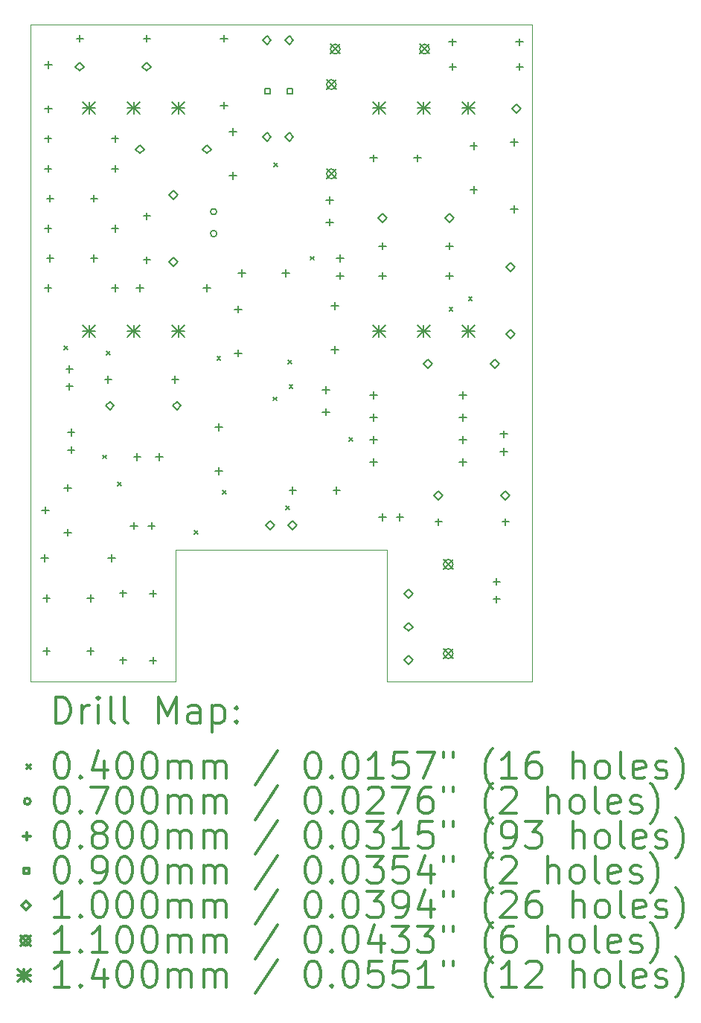
<source format=gbr>
%FSLAX45Y45*%
G04 Gerber Fmt 4.5, Leading zero omitted, Abs format (unit mm)*
G04 Created by KiCad (PCBNEW (5.1.10)-1) date 2022-03-26 18:39:03*
%MOMM*%
%LPD*%
G01*
G04 APERTURE LIST*
%TA.AperFunction,Profile*%
%ADD10C,0.100000*%
%TD*%
%ADD11C,0.200000*%
%ADD12C,0.300000*%
G04 APERTURE END LIST*
D10*
X5850000Y-9400000D02*
X3450000Y-9400000D01*
X5850000Y-10900000D02*
X5850000Y-9400000D01*
X7500000Y-10900000D02*
X5850000Y-10900000D01*
X3450000Y-10900000D02*
X3450000Y-9400000D01*
X1800000Y-10900000D02*
X3450000Y-10900000D01*
X7500000Y-3420000D02*
X7500000Y-10900000D01*
X1800000Y-3420000D02*
X7500000Y-3420000D01*
X1800000Y-10900000D02*
X1800000Y-3420000D01*
D11*
X2180000Y-7080000D02*
X2220000Y-7120000D01*
X2220000Y-7080000D02*
X2180000Y-7120000D01*
X2620000Y-8320000D02*
X2660000Y-8360000D01*
X2660000Y-8320000D02*
X2620000Y-8360000D01*
X2660000Y-7140000D02*
X2700000Y-7180000D01*
X2700000Y-7140000D02*
X2660000Y-7180000D01*
X2790000Y-8630000D02*
X2830000Y-8670000D01*
X2830000Y-8630000D02*
X2790000Y-8670000D01*
X3660000Y-9180000D02*
X3700000Y-9220000D01*
X3700000Y-9180000D02*
X3660000Y-9220000D01*
X3920000Y-7200000D02*
X3960000Y-7240000D01*
X3960000Y-7200000D02*
X3920000Y-7240000D01*
X3980000Y-8720000D02*
X4020000Y-8760000D01*
X4020000Y-8720000D02*
X3980000Y-8760000D01*
X4560000Y-7660000D02*
X4600000Y-7700000D01*
X4600000Y-7660000D02*
X4560000Y-7700000D01*
X4566500Y-5000000D02*
X4606500Y-5040000D01*
X4606500Y-5000000D02*
X4566500Y-5040000D01*
X4700000Y-8900000D02*
X4740000Y-8940000D01*
X4740000Y-8900000D02*
X4700000Y-8940000D01*
X4728000Y-7240000D02*
X4768000Y-7280000D01*
X4768000Y-7240000D02*
X4728000Y-7280000D01*
X4740000Y-7520000D02*
X4780000Y-7560000D01*
X4780000Y-7520000D02*
X4740000Y-7560000D01*
X4980000Y-6060000D02*
X5020000Y-6100000D01*
X5020000Y-6060000D02*
X4980000Y-6100000D01*
X5420000Y-8120000D02*
X5460000Y-8160000D01*
X5460000Y-8120000D02*
X5420000Y-8160000D01*
X6560000Y-6640000D02*
X6600000Y-6680000D01*
X6600000Y-6640000D02*
X6560000Y-6680000D01*
X6780000Y-6520000D02*
X6820000Y-6560000D01*
X6820000Y-6520000D02*
X6780000Y-6560000D01*
X3915000Y-5550000D02*
G75*
G03*
X3915000Y-5550000I-35000J0D01*
G01*
X3915000Y-5800000D02*
G75*
G03*
X3915000Y-5800000I-35000J0D01*
G01*
X1958000Y-9450000D02*
X1958000Y-9530000D01*
X1918000Y-9490000D02*
X1998000Y-9490000D01*
X1966000Y-8906000D02*
X1966000Y-8986000D01*
X1926000Y-8946000D02*
X2006000Y-8946000D01*
X1980000Y-9910000D02*
X1980000Y-9990000D01*
X1940000Y-9950000D02*
X2020000Y-9950000D01*
X1980000Y-10510000D02*
X1980000Y-10590000D01*
X1940000Y-10550000D02*
X2020000Y-10550000D01*
X1998000Y-4680000D02*
X1998000Y-4760000D01*
X1958000Y-4720000D02*
X2038000Y-4720000D01*
X1998000Y-5020000D02*
X1998000Y-5100000D01*
X1958000Y-5060000D02*
X2038000Y-5060000D01*
X1998000Y-5700000D02*
X1998000Y-5780000D01*
X1958000Y-5740000D02*
X2038000Y-5740000D01*
X1998000Y-6380000D02*
X1998000Y-6460000D01*
X1958000Y-6420000D02*
X2038000Y-6420000D01*
X2000000Y-3840000D02*
X2000000Y-3920000D01*
X1960000Y-3880000D02*
X2040000Y-3880000D01*
X2000000Y-4340000D02*
X2000000Y-4420000D01*
X1960000Y-4380000D02*
X2040000Y-4380000D01*
X2020000Y-5360000D02*
X2020000Y-5440000D01*
X1980000Y-5400000D02*
X2060000Y-5400000D01*
X2020000Y-6040000D02*
X2020000Y-6120000D01*
X1980000Y-6080000D02*
X2060000Y-6080000D01*
X2220000Y-8652000D02*
X2220000Y-8732000D01*
X2180000Y-8692000D02*
X2260000Y-8692000D01*
X2220000Y-9160000D02*
X2220000Y-9240000D01*
X2180000Y-9200000D02*
X2260000Y-9200000D01*
X2240000Y-7300000D02*
X2240000Y-7380000D01*
X2200000Y-7340000D02*
X2280000Y-7340000D01*
X2240000Y-7500000D02*
X2240000Y-7580000D01*
X2200000Y-7540000D02*
X2280000Y-7540000D01*
X2260000Y-8020000D02*
X2260000Y-8100000D01*
X2220000Y-8060000D02*
X2300000Y-8060000D01*
X2260000Y-8220000D02*
X2260000Y-8300000D01*
X2220000Y-8260000D02*
X2300000Y-8260000D01*
X2360000Y-3540000D02*
X2360000Y-3620000D01*
X2320000Y-3580000D02*
X2400000Y-3580000D01*
X2480000Y-9910000D02*
X2480000Y-9990000D01*
X2440000Y-9950000D02*
X2520000Y-9950000D01*
X2480000Y-10510000D02*
X2480000Y-10590000D01*
X2440000Y-10550000D02*
X2520000Y-10550000D01*
X2520000Y-5360000D02*
X2520000Y-5440000D01*
X2480000Y-5400000D02*
X2560000Y-5400000D01*
X2520000Y-6040000D02*
X2520000Y-6120000D01*
X2480000Y-6080000D02*
X2560000Y-6080000D01*
X2680000Y-7420000D02*
X2680000Y-7500000D01*
X2640000Y-7460000D02*
X2720000Y-7460000D01*
X2720000Y-9450000D02*
X2720000Y-9530000D01*
X2680000Y-9490000D02*
X2760000Y-9490000D01*
X2760000Y-4680000D02*
X2760000Y-4760000D01*
X2720000Y-4720000D02*
X2800000Y-4720000D01*
X2760000Y-5020000D02*
X2760000Y-5100000D01*
X2720000Y-5060000D02*
X2800000Y-5060000D01*
X2760000Y-5700000D02*
X2760000Y-5780000D01*
X2720000Y-5740000D02*
X2800000Y-5740000D01*
X2760000Y-6380000D02*
X2760000Y-6460000D01*
X2720000Y-6420000D02*
X2800000Y-6420000D01*
X2850000Y-9853000D02*
X2850000Y-9933000D01*
X2810000Y-9893000D02*
X2890000Y-9893000D01*
X2850000Y-10615000D02*
X2850000Y-10695000D01*
X2810000Y-10655000D02*
X2890000Y-10655000D01*
X2975000Y-9085000D02*
X2975000Y-9165000D01*
X2935000Y-9125000D02*
X3015000Y-9125000D01*
X3010000Y-8300000D02*
X3010000Y-8380000D01*
X2970000Y-8340000D02*
X3050000Y-8340000D01*
X3040000Y-6380000D02*
X3040000Y-6460000D01*
X3000000Y-6420000D02*
X3080000Y-6420000D01*
X3120000Y-5560000D02*
X3120000Y-5640000D01*
X3080000Y-5600000D02*
X3160000Y-5600000D01*
X3120000Y-6060000D02*
X3120000Y-6140000D01*
X3080000Y-6100000D02*
X3160000Y-6100000D01*
X3122000Y-3540000D02*
X3122000Y-3620000D01*
X3082000Y-3580000D02*
X3162000Y-3580000D01*
X3175000Y-9085000D02*
X3175000Y-9165000D01*
X3135000Y-9125000D02*
X3215000Y-9125000D01*
X3190000Y-9855000D02*
X3190000Y-9935000D01*
X3150000Y-9895000D02*
X3230000Y-9895000D01*
X3190000Y-10617000D02*
X3190000Y-10697000D01*
X3150000Y-10657000D02*
X3230000Y-10657000D01*
X3260000Y-8300000D02*
X3260000Y-8380000D01*
X3220000Y-8340000D02*
X3300000Y-8340000D01*
X3442000Y-7420000D02*
X3442000Y-7500000D01*
X3402000Y-7460000D02*
X3482000Y-7460000D01*
X3802000Y-6380000D02*
X3802000Y-6460000D01*
X3762000Y-6420000D02*
X3842000Y-6420000D01*
X3940000Y-7960000D02*
X3940000Y-8040000D01*
X3900000Y-8000000D02*
X3980000Y-8000000D01*
X3940000Y-8460000D02*
X3940000Y-8540000D01*
X3900000Y-8500000D02*
X3980000Y-8500000D01*
X4000000Y-3540000D02*
X4000000Y-3620000D01*
X3960000Y-3580000D02*
X4040000Y-3580000D01*
X4000000Y-4302000D02*
X4000000Y-4382000D01*
X3960000Y-4342000D02*
X4040000Y-4342000D01*
X4100000Y-4600000D02*
X4100000Y-4680000D01*
X4060000Y-4640000D02*
X4140000Y-4640000D01*
X4100000Y-5100000D02*
X4100000Y-5180000D01*
X4060000Y-5140000D02*
X4140000Y-5140000D01*
X4160000Y-6620000D02*
X4160000Y-6700000D01*
X4120000Y-6660000D02*
X4200000Y-6660000D01*
X4160000Y-7120000D02*
X4160000Y-7200000D01*
X4120000Y-7160000D02*
X4200000Y-7160000D01*
X4200000Y-6210000D02*
X4200000Y-6290000D01*
X4160000Y-6250000D02*
X4240000Y-6250000D01*
X4700000Y-6210000D02*
X4700000Y-6290000D01*
X4660000Y-6250000D02*
X4740000Y-6250000D01*
X4780000Y-8680000D02*
X4780000Y-8760000D01*
X4740000Y-8720000D02*
X4820000Y-8720000D01*
X5160000Y-7540000D02*
X5160000Y-7620000D01*
X5120000Y-7580000D02*
X5200000Y-7580000D01*
X5160000Y-7790000D02*
X5160000Y-7870000D01*
X5120000Y-7830000D02*
X5200000Y-7830000D01*
X5200000Y-5380000D02*
X5200000Y-5460000D01*
X5160000Y-5420000D02*
X5240000Y-5420000D01*
X5200000Y-5630000D02*
X5200000Y-5710000D01*
X5160000Y-5670000D02*
X5240000Y-5670000D01*
X5260000Y-6580000D02*
X5260000Y-6660000D01*
X5220000Y-6620000D02*
X5300000Y-6620000D01*
X5260000Y-7080000D02*
X5260000Y-7160000D01*
X5220000Y-7120000D02*
X5300000Y-7120000D01*
X5280000Y-8680000D02*
X5280000Y-8760000D01*
X5240000Y-8720000D02*
X5320000Y-8720000D01*
X5320000Y-6040000D02*
X5320000Y-6120000D01*
X5280000Y-6080000D02*
X5360000Y-6080000D01*
X5320000Y-6240000D02*
X5320000Y-6320000D01*
X5280000Y-6280000D02*
X5360000Y-6280000D01*
X5700000Y-4900000D02*
X5700000Y-4980000D01*
X5660000Y-4940000D02*
X5740000Y-4940000D01*
X5700000Y-7598000D02*
X5700000Y-7678000D01*
X5660000Y-7638000D02*
X5740000Y-7638000D01*
X5700000Y-7852000D02*
X5700000Y-7932000D01*
X5660000Y-7892000D02*
X5740000Y-7892000D01*
X5700000Y-8106000D02*
X5700000Y-8186000D01*
X5660000Y-8146000D02*
X5740000Y-8146000D01*
X5700000Y-8360000D02*
X5700000Y-8440000D01*
X5660000Y-8400000D02*
X5740000Y-8400000D01*
X5800000Y-5900000D02*
X5800000Y-5980000D01*
X5760000Y-5940000D02*
X5840000Y-5940000D01*
X5800000Y-6240000D02*
X5800000Y-6320000D01*
X5760000Y-6280000D02*
X5840000Y-6280000D01*
X5800000Y-8985000D02*
X5800000Y-9065000D01*
X5760000Y-9025000D02*
X5840000Y-9025000D01*
X6000000Y-8985000D02*
X6000000Y-9065000D01*
X5960000Y-9025000D02*
X6040000Y-9025000D01*
X6200000Y-4900000D02*
X6200000Y-4980000D01*
X6160000Y-4940000D02*
X6240000Y-4940000D01*
X6440000Y-9040000D02*
X6440000Y-9120000D01*
X6400000Y-9080000D02*
X6480000Y-9080000D01*
X6562000Y-5900000D02*
X6562000Y-5980000D01*
X6522000Y-5940000D02*
X6602000Y-5940000D01*
X6562000Y-6240000D02*
X6562000Y-6320000D01*
X6522000Y-6280000D02*
X6602000Y-6280000D01*
X6598000Y-3580000D02*
X6598000Y-3660000D01*
X6558000Y-3620000D02*
X6638000Y-3620000D01*
X6600000Y-3860000D02*
X6600000Y-3940000D01*
X6560000Y-3900000D02*
X6640000Y-3900000D01*
X6716000Y-7598000D02*
X6716000Y-7678000D01*
X6676000Y-7638000D02*
X6756000Y-7638000D01*
X6716000Y-7852000D02*
X6716000Y-7932000D01*
X6676000Y-7892000D02*
X6756000Y-7892000D01*
X6716000Y-8106000D02*
X6716000Y-8186000D01*
X6676000Y-8146000D02*
X6756000Y-8146000D01*
X6716000Y-8360000D02*
X6716000Y-8440000D01*
X6676000Y-8400000D02*
X6756000Y-8400000D01*
X6840000Y-4760000D02*
X6840000Y-4840000D01*
X6800000Y-4800000D02*
X6880000Y-4800000D01*
X6840000Y-5260000D02*
X6840000Y-5340000D01*
X6800000Y-5300000D02*
X6880000Y-5300000D01*
X7100000Y-9720000D02*
X7100000Y-9800000D01*
X7060000Y-9760000D02*
X7140000Y-9760000D01*
X7100000Y-9920000D02*
X7100000Y-10000000D01*
X7060000Y-9960000D02*
X7140000Y-9960000D01*
X7180000Y-8040000D02*
X7180000Y-8120000D01*
X7140000Y-8080000D02*
X7220000Y-8080000D01*
X7180000Y-8240000D02*
X7180000Y-8320000D01*
X7140000Y-8280000D02*
X7220000Y-8280000D01*
X7202000Y-9040000D02*
X7202000Y-9120000D01*
X7162000Y-9080000D02*
X7242000Y-9080000D01*
X7300000Y-4720000D02*
X7300000Y-4800000D01*
X7260000Y-4760000D02*
X7340000Y-4760000D01*
X7300000Y-5482000D02*
X7300000Y-5562000D01*
X7260000Y-5522000D02*
X7340000Y-5522000D01*
X7360000Y-3580000D02*
X7360000Y-3660000D01*
X7320000Y-3620000D02*
X7400000Y-3620000D01*
X7362000Y-3860000D02*
X7362000Y-3940000D01*
X7322000Y-3900000D02*
X7402000Y-3900000D01*
X4524820Y-4210820D02*
X4524820Y-4147180D01*
X4461180Y-4147180D01*
X4461180Y-4210820D01*
X4524820Y-4210820D01*
X4778820Y-4210820D02*
X4778820Y-4147180D01*
X4715180Y-4147180D01*
X4715180Y-4210820D01*
X4778820Y-4210820D01*
X2359000Y-3950000D02*
X2409000Y-3900000D01*
X2359000Y-3850000D01*
X2309000Y-3900000D01*
X2359000Y-3950000D01*
X2699000Y-7810000D02*
X2749000Y-7760000D01*
X2699000Y-7710000D01*
X2649000Y-7760000D01*
X2699000Y-7810000D01*
X3039000Y-4890000D02*
X3089000Y-4840000D01*
X3039000Y-4790000D01*
X2989000Y-4840000D01*
X3039000Y-4890000D01*
X3121000Y-3950000D02*
X3171000Y-3900000D01*
X3121000Y-3850000D01*
X3071000Y-3900000D01*
X3121000Y-3950000D01*
X3420000Y-5409000D02*
X3470000Y-5359000D01*
X3420000Y-5309000D01*
X3370000Y-5359000D01*
X3420000Y-5409000D01*
X3420000Y-6171000D02*
X3470000Y-6121000D01*
X3420000Y-6071000D01*
X3370000Y-6121000D01*
X3420000Y-6171000D01*
X3461000Y-7810000D02*
X3511000Y-7760000D01*
X3461000Y-7710000D01*
X3411000Y-7760000D01*
X3461000Y-7810000D01*
X3801000Y-4890000D02*
X3851000Y-4840000D01*
X3801000Y-4790000D01*
X3751000Y-4840000D01*
X3801000Y-4890000D01*
X4486000Y-3650000D02*
X4536000Y-3600000D01*
X4486000Y-3550000D01*
X4436000Y-3600000D01*
X4486000Y-3650000D01*
X4486000Y-4750000D02*
X4536000Y-4700000D01*
X4486000Y-4650000D01*
X4436000Y-4700000D01*
X4486000Y-4750000D01*
X4526000Y-9170000D02*
X4576000Y-9120000D01*
X4526000Y-9070000D01*
X4476000Y-9120000D01*
X4526000Y-9170000D01*
X4740000Y-3650000D02*
X4790000Y-3600000D01*
X4740000Y-3550000D01*
X4690000Y-3600000D01*
X4740000Y-3650000D01*
X4740000Y-4750000D02*
X4790000Y-4700000D01*
X4740000Y-4650000D01*
X4690000Y-4700000D01*
X4740000Y-4750000D01*
X4780000Y-9170000D02*
X4830000Y-9120000D01*
X4780000Y-9070000D01*
X4730000Y-9120000D01*
X4780000Y-9170000D01*
X5799000Y-5670000D02*
X5849000Y-5620000D01*
X5799000Y-5570000D01*
X5749000Y-5620000D01*
X5799000Y-5670000D01*
X6100000Y-9950000D02*
X6150000Y-9900000D01*
X6100000Y-9850000D01*
X6050000Y-9900000D01*
X6100000Y-9950000D01*
X6100000Y-10325000D02*
X6150000Y-10275000D01*
X6100000Y-10225000D01*
X6050000Y-10275000D01*
X6100000Y-10325000D01*
X6100000Y-10700000D02*
X6150000Y-10650000D01*
X6100000Y-10600000D01*
X6050000Y-10650000D01*
X6100000Y-10700000D01*
X6319000Y-7330000D02*
X6369000Y-7280000D01*
X6319000Y-7230000D01*
X6269000Y-7280000D01*
X6319000Y-7330000D01*
X6439000Y-8830000D02*
X6489000Y-8780000D01*
X6439000Y-8730000D01*
X6389000Y-8780000D01*
X6439000Y-8830000D01*
X6561000Y-5670000D02*
X6611000Y-5620000D01*
X6561000Y-5570000D01*
X6511000Y-5620000D01*
X6561000Y-5670000D01*
X7081000Y-7330000D02*
X7131000Y-7280000D01*
X7081000Y-7230000D01*
X7031000Y-7280000D01*
X7081000Y-7330000D01*
X7201000Y-8830000D02*
X7251000Y-8780000D01*
X7201000Y-8730000D01*
X7151000Y-8780000D01*
X7201000Y-8830000D01*
X7260000Y-6229000D02*
X7310000Y-6179000D01*
X7260000Y-6129000D01*
X7210000Y-6179000D01*
X7260000Y-6229000D01*
X7260000Y-6991000D02*
X7310000Y-6941000D01*
X7260000Y-6891000D01*
X7210000Y-6941000D01*
X7260000Y-6991000D01*
X7325000Y-4425000D02*
X7375000Y-4375000D01*
X7325000Y-4325000D01*
X7275000Y-4375000D01*
X7325000Y-4425000D01*
X5165000Y-4049000D02*
X5275000Y-4159000D01*
X5275000Y-4049000D02*
X5165000Y-4159000D01*
X5275000Y-4104000D02*
G75*
G03*
X5275000Y-4104000I-55000J0D01*
G01*
X5165000Y-5065000D02*
X5275000Y-5175000D01*
X5275000Y-5065000D02*
X5165000Y-5175000D01*
X5275000Y-5120000D02*
G75*
G03*
X5275000Y-5120000I-55000J0D01*
G01*
X5209000Y-3645000D02*
X5319000Y-3755000D01*
X5319000Y-3645000D02*
X5209000Y-3755000D01*
X5319000Y-3700000D02*
G75*
G03*
X5319000Y-3700000I-55000J0D01*
G01*
X6225000Y-3645000D02*
X6335000Y-3755000D01*
X6335000Y-3645000D02*
X6225000Y-3755000D01*
X6335000Y-3700000D02*
G75*
G03*
X6335000Y-3700000I-55000J0D01*
G01*
X6495000Y-9509000D02*
X6605000Y-9619000D01*
X6605000Y-9509000D02*
X6495000Y-9619000D01*
X6605000Y-9564000D02*
G75*
G03*
X6605000Y-9564000I-55000J0D01*
G01*
X6495000Y-10525000D02*
X6605000Y-10635000D01*
X6605000Y-10525000D02*
X6495000Y-10635000D01*
X6605000Y-10580000D02*
G75*
G03*
X6605000Y-10580000I-55000J0D01*
G01*
X2392000Y-4300000D02*
X2532000Y-4440000D01*
X2532000Y-4300000D02*
X2392000Y-4440000D01*
X2462000Y-4300000D02*
X2462000Y-4440000D01*
X2392000Y-4370000D02*
X2532000Y-4370000D01*
X2392000Y-6840000D02*
X2532000Y-6980000D01*
X2532000Y-6840000D02*
X2392000Y-6980000D01*
X2462000Y-6840000D02*
X2462000Y-6980000D01*
X2392000Y-6910000D02*
X2532000Y-6910000D01*
X2900000Y-4300000D02*
X3040000Y-4440000D01*
X3040000Y-4300000D02*
X2900000Y-4440000D01*
X2970000Y-4300000D02*
X2970000Y-4440000D01*
X2900000Y-4370000D02*
X3040000Y-4370000D01*
X2900000Y-6840000D02*
X3040000Y-6980000D01*
X3040000Y-6840000D02*
X2900000Y-6980000D01*
X2970000Y-6840000D02*
X2970000Y-6980000D01*
X2900000Y-6910000D02*
X3040000Y-6910000D01*
X3408000Y-4300000D02*
X3548000Y-4440000D01*
X3548000Y-4300000D02*
X3408000Y-4440000D01*
X3478000Y-4300000D02*
X3478000Y-4440000D01*
X3408000Y-4370000D02*
X3548000Y-4370000D01*
X3408000Y-6840000D02*
X3548000Y-6980000D01*
X3548000Y-6840000D02*
X3408000Y-6980000D01*
X3478000Y-6840000D02*
X3478000Y-6980000D01*
X3408000Y-6910000D02*
X3548000Y-6910000D01*
X5692000Y-4300000D02*
X5832000Y-4440000D01*
X5832000Y-4300000D02*
X5692000Y-4440000D01*
X5762000Y-4300000D02*
X5762000Y-4440000D01*
X5692000Y-4370000D02*
X5832000Y-4370000D01*
X5692000Y-6840000D02*
X5832000Y-6980000D01*
X5832000Y-6840000D02*
X5692000Y-6980000D01*
X5762000Y-6840000D02*
X5762000Y-6980000D01*
X5692000Y-6910000D02*
X5832000Y-6910000D01*
X6200000Y-4300000D02*
X6340000Y-4440000D01*
X6340000Y-4300000D02*
X6200000Y-4440000D01*
X6270000Y-4300000D02*
X6270000Y-4440000D01*
X6200000Y-4370000D02*
X6340000Y-4370000D01*
X6200000Y-6840000D02*
X6340000Y-6980000D01*
X6340000Y-6840000D02*
X6200000Y-6980000D01*
X6270000Y-6840000D02*
X6270000Y-6980000D01*
X6200000Y-6910000D02*
X6340000Y-6910000D01*
X6708000Y-4300000D02*
X6848000Y-4440000D01*
X6848000Y-4300000D02*
X6708000Y-4440000D01*
X6778000Y-4300000D02*
X6778000Y-4440000D01*
X6708000Y-4370000D02*
X6848000Y-4370000D01*
X6708000Y-6840000D02*
X6848000Y-6980000D01*
X6848000Y-6840000D02*
X6708000Y-6980000D01*
X6778000Y-6840000D02*
X6778000Y-6980000D01*
X6708000Y-6910000D02*
X6848000Y-6910000D01*
D12*
X2081428Y-11370714D02*
X2081428Y-11070714D01*
X2152857Y-11070714D01*
X2195714Y-11085000D01*
X2224286Y-11113572D01*
X2238571Y-11142143D01*
X2252857Y-11199286D01*
X2252857Y-11242143D01*
X2238571Y-11299286D01*
X2224286Y-11327857D01*
X2195714Y-11356429D01*
X2152857Y-11370714D01*
X2081428Y-11370714D01*
X2381428Y-11370714D02*
X2381428Y-11170714D01*
X2381428Y-11227857D02*
X2395714Y-11199286D01*
X2410000Y-11185000D01*
X2438571Y-11170714D01*
X2467143Y-11170714D01*
X2567143Y-11370714D02*
X2567143Y-11170714D01*
X2567143Y-11070714D02*
X2552857Y-11085000D01*
X2567143Y-11099286D01*
X2581428Y-11085000D01*
X2567143Y-11070714D01*
X2567143Y-11099286D01*
X2752857Y-11370714D02*
X2724286Y-11356429D01*
X2710000Y-11327857D01*
X2710000Y-11070714D01*
X2910000Y-11370714D02*
X2881428Y-11356429D01*
X2867143Y-11327857D01*
X2867143Y-11070714D01*
X3252857Y-11370714D02*
X3252857Y-11070714D01*
X3352857Y-11285000D01*
X3452857Y-11070714D01*
X3452857Y-11370714D01*
X3724286Y-11370714D02*
X3724286Y-11213571D01*
X3710000Y-11185000D01*
X3681428Y-11170714D01*
X3624286Y-11170714D01*
X3595714Y-11185000D01*
X3724286Y-11356429D02*
X3695714Y-11370714D01*
X3624286Y-11370714D01*
X3595714Y-11356429D01*
X3581428Y-11327857D01*
X3581428Y-11299286D01*
X3595714Y-11270714D01*
X3624286Y-11256429D01*
X3695714Y-11256429D01*
X3724286Y-11242143D01*
X3867143Y-11170714D02*
X3867143Y-11470714D01*
X3867143Y-11185000D02*
X3895714Y-11170714D01*
X3952857Y-11170714D01*
X3981428Y-11185000D01*
X3995714Y-11199286D01*
X4010000Y-11227857D01*
X4010000Y-11313571D01*
X3995714Y-11342143D01*
X3981428Y-11356429D01*
X3952857Y-11370714D01*
X3895714Y-11370714D01*
X3867143Y-11356429D01*
X4138571Y-11342143D02*
X4152857Y-11356429D01*
X4138571Y-11370714D01*
X4124286Y-11356429D01*
X4138571Y-11342143D01*
X4138571Y-11370714D01*
X4138571Y-11185000D02*
X4152857Y-11199286D01*
X4138571Y-11213571D01*
X4124286Y-11199286D01*
X4138571Y-11185000D01*
X4138571Y-11213571D01*
X1755000Y-11845000D02*
X1795000Y-11885000D01*
X1795000Y-11845000D02*
X1755000Y-11885000D01*
X2138571Y-11700714D02*
X2167143Y-11700714D01*
X2195714Y-11715000D01*
X2210000Y-11729286D01*
X2224286Y-11757857D01*
X2238571Y-11815000D01*
X2238571Y-11886429D01*
X2224286Y-11943571D01*
X2210000Y-11972143D01*
X2195714Y-11986429D01*
X2167143Y-12000714D01*
X2138571Y-12000714D01*
X2110000Y-11986429D01*
X2095714Y-11972143D01*
X2081428Y-11943571D01*
X2067143Y-11886429D01*
X2067143Y-11815000D01*
X2081428Y-11757857D01*
X2095714Y-11729286D01*
X2110000Y-11715000D01*
X2138571Y-11700714D01*
X2367143Y-11972143D02*
X2381428Y-11986429D01*
X2367143Y-12000714D01*
X2352857Y-11986429D01*
X2367143Y-11972143D01*
X2367143Y-12000714D01*
X2638571Y-11800714D02*
X2638571Y-12000714D01*
X2567143Y-11686429D02*
X2495714Y-11900714D01*
X2681428Y-11900714D01*
X2852857Y-11700714D02*
X2881428Y-11700714D01*
X2910000Y-11715000D01*
X2924286Y-11729286D01*
X2938571Y-11757857D01*
X2952857Y-11815000D01*
X2952857Y-11886429D01*
X2938571Y-11943571D01*
X2924286Y-11972143D01*
X2910000Y-11986429D01*
X2881428Y-12000714D01*
X2852857Y-12000714D01*
X2824286Y-11986429D01*
X2810000Y-11972143D01*
X2795714Y-11943571D01*
X2781428Y-11886429D01*
X2781428Y-11815000D01*
X2795714Y-11757857D01*
X2810000Y-11729286D01*
X2824286Y-11715000D01*
X2852857Y-11700714D01*
X3138571Y-11700714D02*
X3167143Y-11700714D01*
X3195714Y-11715000D01*
X3210000Y-11729286D01*
X3224286Y-11757857D01*
X3238571Y-11815000D01*
X3238571Y-11886429D01*
X3224286Y-11943571D01*
X3210000Y-11972143D01*
X3195714Y-11986429D01*
X3167143Y-12000714D01*
X3138571Y-12000714D01*
X3110000Y-11986429D01*
X3095714Y-11972143D01*
X3081428Y-11943571D01*
X3067143Y-11886429D01*
X3067143Y-11815000D01*
X3081428Y-11757857D01*
X3095714Y-11729286D01*
X3110000Y-11715000D01*
X3138571Y-11700714D01*
X3367143Y-12000714D02*
X3367143Y-11800714D01*
X3367143Y-11829286D02*
X3381428Y-11815000D01*
X3410000Y-11800714D01*
X3452857Y-11800714D01*
X3481428Y-11815000D01*
X3495714Y-11843571D01*
X3495714Y-12000714D01*
X3495714Y-11843571D02*
X3510000Y-11815000D01*
X3538571Y-11800714D01*
X3581428Y-11800714D01*
X3610000Y-11815000D01*
X3624286Y-11843571D01*
X3624286Y-12000714D01*
X3767143Y-12000714D02*
X3767143Y-11800714D01*
X3767143Y-11829286D02*
X3781428Y-11815000D01*
X3810000Y-11800714D01*
X3852857Y-11800714D01*
X3881428Y-11815000D01*
X3895714Y-11843571D01*
X3895714Y-12000714D01*
X3895714Y-11843571D02*
X3910000Y-11815000D01*
X3938571Y-11800714D01*
X3981428Y-11800714D01*
X4010000Y-11815000D01*
X4024286Y-11843571D01*
X4024286Y-12000714D01*
X4610000Y-11686429D02*
X4352857Y-12072143D01*
X4995714Y-11700714D02*
X5024286Y-11700714D01*
X5052857Y-11715000D01*
X5067143Y-11729286D01*
X5081428Y-11757857D01*
X5095714Y-11815000D01*
X5095714Y-11886429D01*
X5081428Y-11943571D01*
X5067143Y-11972143D01*
X5052857Y-11986429D01*
X5024286Y-12000714D01*
X4995714Y-12000714D01*
X4967143Y-11986429D01*
X4952857Y-11972143D01*
X4938571Y-11943571D01*
X4924286Y-11886429D01*
X4924286Y-11815000D01*
X4938571Y-11757857D01*
X4952857Y-11729286D01*
X4967143Y-11715000D01*
X4995714Y-11700714D01*
X5224286Y-11972143D02*
X5238571Y-11986429D01*
X5224286Y-12000714D01*
X5210000Y-11986429D01*
X5224286Y-11972143D01*
X5224286Y-12000714D01*
X5424286Y-11700714D02*
X5452857Y-11700714D01*
X5481428Y-11715000D01*
X5495714Y-11729286D01*
X5510000Y-11757857D01*
X5524286Y-11815000D01*
X5524286Y-11886429D01*
X5510000Y-11943571D01*
X5495714Y-11972143D01*
X5481428Y-11986429D01*
X5452857Y-12000714D01*
X5424286Y-12000714D01*
X5395714Y-11986429D01*
X5381428Y-11972143D01*
X5367143Y-11943571D01*
X5352857Y-11886429D01*
X5352857Y-11815000D01*
X5367143Y-11757857D01*
X5381428Y-11729286D01*
X5395714Y-11715000D01*
X5424286Y-11700714D01*
X5810000Y-12000714D02*
X5638571Y-12000714D01*
X5724286Y-12000714D02*
X5724286Y-11700714D01*
X5695714Y-11743571D01*
X5667143Y-11772143D01*
X5638571Y-11786429D01*
X6081428Y-11700714D02*
X5938571Y-11700714D01*
X5924286Y-11843571D01*
X5938571Y-11829286D01*
X5967143Y-11815000D01*
X6038571Y-11815000D01*
X6067143Y-11829286D01*
X6081428Y-11843571D01*
X6095714Y-11872143D01*
X6095714Y-11943571D01*
X6081428Y-11972143D01*
X6067143Y-11986429D01*
X6038571Y-12000714D01*
X5967143Y-12000714D01*
X5938571Y-11986429D01*
X5924286Y-11972143D01*
X6195714Y-11700714D02*
X6395714Y-11700714D01*
X6267143Y-12000714D01*
X6495714Y-11700714D02*
X6495714Y-11757857D01*
X6610000Y-11700714D02*
X6610000Y-11757857D01*
X7052857Y-12115000D02*
X7038571Y-12100714D01*
X7010000Y-12057857D01*
X6995714Y-12029286D01*
X6981428Y-11986429D01*
X6967143Y-11915000D01*
X6967143Y-11857857D01*
X6981428Y-11786429D01*
X6995714Y-11743571D01*
X7010000Y-11715000D01*
X7038571Y-11672143D01*
X7052857Y-11657857D01*
X7324286Y-12000714D02*
X7152857Y-12000714D01*
X7238571Y-12000714D02*
X7238571Y-11700714D01*
X7210000Y-11743571D01*
X7181428Y-11772143D01*
X7152857Y-11786429D01*
X7581428Y-11700714D02*
X7524286Y-11700714D01*
X7495714Y-11715000D01*
X7481428Y-11729286D01*
X7452857Y-11772143D01*
X7438571Y-11829286D01*
X7438571Y-11943571D01*
X7452857Y-11972143D01*
X7467143Y-11986429D01*
X7495714Y-12000714D01*
X7552857Y-12000714D01*
X7581428Y-11986429D01*
X7595714Y-11972143D01*
X7610000Y-11943571D01*
X7610000Y-11872143D01*
X7595714Y-11843571D01*
X7581428Y-11829286D01*
X7552857Y-11815000D01*
X7495714Y-11815000D01*
X7467143Y-11829286D01*
X7452857Y-11843571D01*
X7438571Y-11872143D01*
X7967143Y-12000714D02*
X7967143Y-11700714D01*
X8095714Y-12000714D02*
X8095714Y-11843571D01*
X8081428Y-11815000D01*
X8052857Y-11800714D01*
X8010000Y-11800714D01*
X7981428Y-11815000D01*
X7967143Y-11829286D01*
X8281428Y-12000714D02*
X8252857Y-11986429D01*
X8238571Y-11972143D01*
X8224286Y-11943571D01*
X8224286Y-11857857D01*
X8238571Y-11829286D01*
X8252857Y-11815000D01*
X8281428Y-11800714D01*
X8324286Y-11800714D01*
X8352857Y-11815000D01*
X8367143Y-11829286D01*
X8381428Y-11857857D01*
X8381428Y-11943571D01*
X8367143Y-11972143D01*
X8352857Y-11986429D01*
X8324286Y-12000714D01*
X8281428Y-12000714D01*
X8552857Y-12000714D02*
X8524286Y-11986429D01*
X8510000Y-11957857D01*
X8510000Y-11700714D01*
X8781428Y-11986429D02*
X8752857Y-12000714D01*
X8695714Y-12000714D01*
X8667143Y-11986429D01*
X8652857Y-11957857D01*
X8652857Y-11843571D01*
X8667143Y-11815000D01*
X8695714Y-11800714D01*
X8752857Y-11800714D01*
X8781428Y-11815000D01*
X8795714Y-11843571D01*
X8795714Y-11872143D01*
X8652857Y-11900714D01*
X8910000Y-11986429D02*
X8938571Y-12000714D01*
X8995714Y-12000714D01*
X9024286Y-11986429D01*
X9038571Y-11957857D01*
X9038571Y-11943571D01*
X9024286Y-11915000D01*
X8995714Y-11900714D01*
X8952857Y-11900714D01*
X8924286Y-11886429D01*
X8910000Y-11857857D01*
X8910000Y-11843571D01*
X8924286Y-11815000D01*
X8952857Y-11800714D01*
X8995714Y-11800714D01*
X9024286Y-11815000D01*
X9138571Y-12115000D02*
X9152857Y-12100714D01*
X9181428Y-12057857D01*
X9195714Y-12029286D01*
X9210000Y-11986429D01*
X9224286Y-11915000D01*
X9224286Y-11857857D01*
X9210000Y-11786429D01*
X9195714Y-11743571D01*
X9181428Y-11715000D01*
X9152857Y-11672143D01*
X9138571Y-11657857D01*
X1795000Y-12261000D02*
G75*
G03*
X1795000Y-12261000I-35000J0D01*
G01*
X2138571Y-12096714D02*
X2167143Y-12096714D01*
X2195714Y-12111000D01*
X2210000Y-12125286D01*
X2224286Y-12153857D01*
X2238571Y-12211000D01*
X2238571Y-12282429D01*
X2224286Y-12339571D01*
X2210000Y-12368143D01*
X2195714Y-12382429D01*
X2167143Y-12396714D01*
X2138571Y-12396714D01*
X2110000Y-12382429D01*
X2095714Y-12368143D01*
X2081428Y-12339571D01*
X2067143Y-12282429D01*
X2067143Y-12211000D01*
X2081428Y-12153857D01*
X2095714Y-12125286D01*
X2110000Y-12111000D01*
X2138571Y-12096714D01*
X2367143Y-12368143D02*
X2381428Y-12382429D01*
X2367143Y-12396714D01*
X2352857Y-12382429D01*
X2367143Y-12368143D01*
X2367143Y-12396714D01*
X2481428Y-12096714D02*
X2681428Y-12096714D01*
X2552857Y-12396714D01*
X2852857Y-12096714D02*
X2881428Y-12096714D01*
X2910000Y-12111000D01*
X2924286Y-12125286D01*
X2938571Y-12153857D01*
X2952857Y-12211000D01*
X2952857Y-12282429D01*
X2938571Y-12339571D01*
X2924286Y-12368143D01*
X2910000Y-12382429D01*
X2881428Y-12396714D01*
X2852857Y-12396714D01*
X2824286Y-12382429D01*
X2810000Y-12368143D01*
X2795714Y-12339571D01*
X2781428Y-12282429D01*
X2781428Y-12211000D01*
X2795714Y-12153857D01*
X2810000Y-12125286D01*
X2824286Y-12111000D01*
X2852857Y-12096714D01*
X3138571Y-12096714D02*
X3167143Y-12096714D01*
X3195714Y-12111000D01*
X3210000Y-12125286D01*
X3224286Y-12153857D01*
X3238571Y-12211000D01*
X3238571Y-12282429D01*
X3224286Y-12339571D01*
X3210000Y-12368143D01*
X3195714Y-12382429D01*
X3167143Y-12396714D01*
X3138571Y-12396714D01*
X3110000Y-12382429D01*
X3095714Y-12368143D01*
X3081428Y-12339571D01*
X3067143Y-12282429D01*
X3067143Y-12211000D01*
X3081428Y-12153857D01*
X3095714Y-12125286D01*
X3110000Y-12111000D01*
X3138571Y-12096714D01*
X3367143Y-12396714D02*
X3367143Y-12196714D01*
X3367143Y-12225286D02*
X3381428Y-12211000D01*
X3410000Y-12196714D01*
X3452857Y-12196714D01*
X3481428Y-12211000D01*
X3495714Y-12239571D01*
X3495714Y-12396714D01*
X3495714Y-12239571D02*
X3510000Y-12211000D01*
X3538571Y-12196714D01*
X3581428Y-12196714D01*
X3610000Y-12211000D01*
X3624286Y-12239571D01*
X3624286Y-12396714D01*
X3767143Y-12396714D02*
X3767143Y-12196714D01*
X3767143Y-12225286D02*
X3781428Y-12211000D01*
X3810000Y-12196714D01*
X3852857Y-12196714D01*
X3881428Y-12211000D01*
X3895714Y-12239571D01*
X3895714Y-12396714D01*
X3895714Y-12239571D02*
X3910000Y-12211000D01*
X3938571Y-12196714D01*
X3981428Y-12196714D01*
X4010000Y-12211000D01*
X4024286Y-12239571D01*
X4024286Y-12396714D01*
X4610000Y-12082429D02*
X4352857Y-12468143D01*
X4995714Y-12096714D02*
X5024286Y-12096714D01*
X5052857Y-12111000D01*
X5067143Y-12125286D01*
X5081428Y-12153857D01*
X5095714Y-12211000D01*
X5095714Y-12282429D01*
X5081428Y-12339571D01*
X5067143Y-12368143D01*
X5052857Y-12382429D01*
X5024286Y-12396714D01*
X4995714Y-12396714D01*
X4967143Y-12382429D01*
X4952857Y-12368143D01*
X4938571Y-12339571D01*
X4924286Y-12282429D01*
X4924286Y-12211000D01*
X4938571Y-12153857D01*
X4952857Y-12125286D01*
X4967143Y-12111000D01*
X4995714Y-12096714D01*
X5224286Y-12368143D02*
X5238571Y-12382429D01*
X5224286Y-12396714D01*
X5210000Y-12382429D01*
X5224286Y-12368143D01*
X5224286Y-12396714D01*
X5424286Y-12096714D02*
X5452857Y-12096714D01*
X5481428Y-12111000D01*
X5495714Y-12125286D01*
X5510000Y-12153857D01*
X5524286Y-12211000D01*
X5524286Y-12282429D01*
X5510000Y-12339571D01*
X5495714Y-12368143D01*
X5481428Y-12382429D01*
X5452857Y-12396714D01*
X5424286Y-12396714D01*
X5395714Y-12382429D01*
X5381428Y-12368143D01*
X5367143Y-12339571D01*
X5352857Y-12282429D01*
X5352857Y-12211000D01*
X5367143Y-12153857D01*
X5381428Y-12125286D01*
X5395714Y-12111000D01*
X5424286Y-12096714D01*
X5638571Y-12125286D02*
X5652857Y-12111000D01*
X5681428Y-12096714D01*
X5752857Y-12096714D01*
X5781428Y-12111000D01*
X5795714Y-12125286D01*
X5810000Y-12153857D01*
X5810000Y-12182429D01*
X5795714Y-12225286D01*
X5624286Y-12396714D01*
X5810000Y-12396714D01*
X5910000Y-12096714D02*
X6110000Y-12096714D01*
X5981428Y-12396714D01*
X6352857Y-12096714D02*
X6295714Y-12096714D01*
X6267143Y-12111000D01*
X6252857Y-12125286D01*
X6224286Y-12168143D01*
X6210000Y-12225286D01*
X6210000Y-12339571D01*
X6224286Y-12368143D01*
X6238571Y-12382429D01*
X6267143Y-12396714D01*
X6324286Y-12396714D01*
X6352857Y-12382429D01*
X6367143Y-12368143D01*
X6381428Y-12339571D01*
X6381428Y-12268143D01*
X6367143Y-12239571D01*
X6352857Y-12225286D01*
X6324286Y-12211000D01*
X6267143Y-12211000D01*
X6238571Y-12225286D01*
X6224286Y-12239571D01*
X6210000Y-12268143D01*
X6495714Y-12096714D02*
X6495714Y-12153857D01*
X6610000Y-12096714D02*
X6610000Y-12153857D01*
X7052857Y-12511000D02*
X7038571Y-12496714D01*
X7010000Y-12453857D01*
X6995714Y-12425286D01*
X6981428Y-12382429D01*
X6967143Y-12311000D01*
X6967143Y-12253857D01*
X6981428Y-12182429D01*
X6995714Y-12139571D01*
X7010000Y-12111000D01*
X7038571Y-12068143D01*
X7052857Y-12053857D01*
X7152857Y-12125286D02*
X7167143Y-12111000D01*
X7195714Y-12096714D01*
X7267143Y-12096714D01*
X7295714Y-12111000D01*
X7310000Y-12125286D01*
X7324286Y-12153857D01*
X7324286Y-12182429D01*
X7310000Y-12225286D01*
X7138571Y-12396714D01*
X7324286Y-12396714D01*
X7681428Y-12396714D02*
X7681428Y-12096714D01*
X7810000Y-12396714D02*
X7810000Y-12239571D01*
X7795714Y-12211000D01*
X7767143Y-12196714D01*
X7724286Y-12196714D01*
X7695714Y-12211000D01*
X7681428Y-12225286D01*
X7995714Y-12396714D02*
X7967143Y-12382429D01*
X7952857Y-12368143D01*
X7938571Y-12339571D01*
X7938571Y-12253857D01*
X7952857Y-12225286D01*
X7967143Y-12211000D01*
X7995714Y-12196714D01*
X8038571Y-12196714D01*
X8067143Y-12211000D01*
X8081428Y-12225286D01*
X8095714Y-12253857D01*
X8095714Y-12339571D01*
X8081428Y-12368143D01*
X8067143Y-12382429D01*
X8038571Y-12396714D01*
X7995714Y-12396714D01*
X8267143Y-12396714D02*
X8238571Y-12382429D01*
X8224286Y-12353857D01*
X8224286Y-12096714D01*
X8495714Y-12382429D02*
X8467143Y-12396714D01*
X8410000Y-12396714D01*
X8381428Y-12382429D01*
X8367143Y-12353857D01*
X8367143Y-12239571D01*
X8381428Y-12211000D01*
X8410000Y-12196714D01*
X8467143Y-12196714D01*
X8495714Y-12211000D01*
X8510000Y-12239571D01*
X8510000Y-12268143D01*
X8367143Y-12296714D01*
X8624286Y-12382429D02*
X8652857Y-12396714D01*
X8710000Y-12396714D01*
X8738571Y-12382429D01*
X8752857Y-12353857D01*
X8752857Y-12339571D01*
X8738571Y-12311000D01*
X8710000Y-12296714D01*
X8667143Y-12296714D01*
X8638571Y-12282429D01*
X8624286Y-12253857D01*
X8624286Y-12239571D01*
X8638571Y-12211000D01*
X8667143Y-12196714D01*
X8710000Y-12196714D01*
X8738571Y-12211000D01*
X8852857Y-12511000D02*
X8867143Y-12496714D01*
X8895714Y-12453857D01*
X8910000Y-12425286D01*
X8924286Y-12382429D01*
X8938571Y-12311000D01*
X8938571Y-12253857D01*
X8924286Y-12182429D01*
X8910000Y-12139571D01*
X8895714Y-12111000D01*
X8867143Y-12068143D01*
X8852857Y-12053857D01*
X1755000Y-12617000D02*
X1755000Y-12697000D01*
X1715000Y-12657000D02*
X1795000Y-12657000D01*
X2138571Y-12492714D02*
X2167143Y-12492714D01*
X2195714Y-12507000D01*
X2210000Y-12521286D01*
X2224286Y-12549857D01*
X2238571Y-12607000D01*
X2238571Y-12678429D01*
X2224286Y-12735571D01*
X2210000Y-12764143D01*
X2195714Y-12778429D01*
X2167143Y-12792714D01*
X2138571Y-12792714D01*
X2110000Y-12778429D01*
X2095714Y-12764143D01*
X2081428Y-12735571D01*
X2067143Y-12678429D01*
X2067143Y-12607000D01*
X2081428Y-12549857D01*
X2095714Y-12521286D01*
X2110000Y-12507000D01*
X2138571Y-12492714D01*
X2367143Y-12764143D02*
X2381428Y-12778429D01*
X2367143Y-12792714D01*
X2352857Y-12778429D01*
X2367143Y-12764143D01*
X2367143Y-12792714D01*
X2552857Y-12621286D02*
X2524286Y-12607000D01*
X2510000Y-12592714D01*
X2495714Y-12564143D01*
X2495714Y-12549857D01*
X2510000Y-12521286D01*
X2524286Y-12507000D01*
X2552857Y-12492714D01*
X2610000Y-12492714D01*
X2638571Y-12507000D01*
X2652857Y-12521286D01*
X2667143Y-12549857D01*
X2667143Y-12564143D01*
X2652857Y-12592714D01*
X2638571Y-12607000D01*
X2610000Y-12621286D01*
X2552857Y-12621286D01*
X2524286Y-12635571D01*
X2510000Y-12649857D01*
X2495714Y-12678429D01*
X2495714Y-12735571D01*
X2510000Y-12764143D01*
X2524286Y-12778429D01*
X2552857Y-12792714D01*
X2610000Y-12792714D01*
X2638571Y-12778429D01*
X2652857Y-12764143D01*
X2667143Y-12735571D01*
X2667143Y-12678429D01*
X2652857Y-12649857D01*
X2638571Y-12635571D01*
X2610000Y-12621286D01*
X2852857Y-12492714D02*
X2881428Y-12492714D01*
X2910000Y-12507000D01*
X2924286Y-12521286D01*
X2938571Y-12549857D01*
X2952857Y-12607000D01*
X2952857Y-12678429D01*
X2938571Y-12735571D01*
X2924286Y-12764143D01*
X2910000Y-12778429D01*
X2881428Y-12792714D01*
X2852857Y-12792714D01*
X2824286Y-12778429D01*
X2810000Y-12764143D01*
X2795714Y-12735571D01*
X2781428Y-12678429D01*
X2781428Y-12607000D01*
X2795714Y-12549857D01*
X2810000Y-12521286D01*
X2824286Y-12507000D01*
X2852857Y-12492714D01*
X3138571Y-12492714D02*
X3167143Y-12492714D01*
X3195714Y-12507000D01*
X3210000Y-12521286D01*
X3224286Y-12549857D01*
X3238571Y-12607000D01*
X3238571Y-12678429D01*
X3224286Y-12735571D01*
X3210000Y-12764143D01*
X3195714Y-12778429D01*
X3167143Y-12792714D01*
X3138571Y-12792714D01*
X3110000Y-12778429D01*
X3095714Y-12764143D01*
X3081428Y-12735571D01*
X3067143Y-12678429D01*
X3067143Y-12607000D01*
X3081428Y-12549857D01*
X3095714Y-12521286D01*
X3110000Y-12507000D01*
X3138571Y-12492714D01*
X3367143Y-12792714D02*
X3367143Y-12592714D01*
X3367143Y-12621286D02*
X3381428Y-12607000D01*
X3410000Y-12592714D01*
X3452857Y-12592714D01*
X3481428Y-12607000D01*
X3495714Y-12635571D01*
X3495714Y-12792714D01*
X3495714Y-12635571D02*
X3510000Y-12607000D01*
X3538571Y-12592714D01*
X3581428Y-12592714D01*
X3610000Y-12607000D01*
X3624286Y-12635571D01*
X3624286Y-12792714D01*
X3767143Y-12792714D02*
X3767143Y-12592714D01*
X3767143Y-12621286D02*
X3781428Y-12607000D01*
X3810000Y-12592714D01*
X3852857Y-12592714D01*
X3881428Y-12607000D01*
X3895714Y-12635571D01*
X3895714Y-12792714D01*
X3895714Y-12635571D02*
X3910000Y-12607000D01*
X3938571Y-12592714D01*
X3981428Y-12592714D01*
X4010000Y-12607000D01*
X4024286Y-12635571D01*
X4024286Y-12792714D01*
X4610000Y-12478429D02*
X4352857Y-12864143D01*
X4995714Y-12492714D02*
X5024286Y-12492714D01*
X5052857Y-12507000D01*
X5067143Y-12521286D01*
X5081428Y-12549857D01*
X5095714Y-12607000D01*
X5095714Y-12678429D01*
X5081428Y-12735571D01*
X5067143Y-12764143D01*
X5052857Y-12778429D01*
X5024286Y-12792714D01*
X4995714Y-12792714D01*
X4967143Y-12778429D01*
X4952857Y-12764143D01*
X4938571Y-12735571D01*
X4924286Y-12678429D01*
X4924286Y-12607000D01*
X4938571Y-12549857D01*
X4952857Y-12521286D01*
X4967143Y-12507000D01*
X4995714Y-12492714D01*
X5224286Y-12764143D02*
X5238571Y-12778429D01*
X5224286Y-12792714D01*
X5210000Y-12778429D01*
X5224286Y-12764143D01*
X5224286Y-12792714D01*
X5424286Y-12492714D02*
X5452857Y-12492714D01*
X5481428Y-12507000D01*
X5495714Y-12521286D01*
X5510000Y-12549857D01*
X5524286Y-12607000D01*
X5524286Y-12678429D01*
X5510000Y-12735571D01*
X5495714Y-12764143D01*
X5481428Y-12778429D01*
X5452857Y-12792714D01*
X5424286Y-12792714D01*
X5395714Y-12778429D01*
X5381428Y-12764143D01*
X5367143Y-12735571D01*
X5352857Y-12678429D01*
X5352857Y-12607000D01*
X5367143Y-12549857D01*
X5381428Y-12521286D01*
X5395714Y-12507000D01*
X5424286Y-12492714D01*
X5624286Y-12492714D02*
X5810000Y-12492714D01*
X5710000Y-12607000D01*
X5752857Y-12607000D01*
X5781428Y-12621286D01*
X5795714Y-12635571D01*
X5810000Y-12664143D01*
X5810000Y-12735571D01*
X5795714Y-12764143D01*
X5781428Y-12778429D01*
X5752857Y-12792714D01*
X5667143Y-12792714D01*
X5638571Y-12778429D01*
X5624286Y-12764143D01*
X6095714Y-12792714D02*
X5924286Y-12792714D01*
X6010000Y-12792714D02*
X6010000Y-12492714D01*
X5981428Y-12535571D01*
X5952857Y-12564143D01*
X5924286Y-12578429D01*
X6367143Y-12492714D02*
X6224286Y-12492714D01*
X6210000Y-12635571D01*
X6224286Y-12621286D01*
X6252857Y-12607000D01*
X6324286Y-12607000D01*
X6352857Y-12621286D01*
X6367143Y-12635571D01*
X6381428Y-12664143D01*
X6381428Y-12735571D01*
X6367143Y-12764143D01*
X6352857Y-12778429D01*
X6324286Y-12792714D01*
X6252857Y-12792714D01*
X6224286Y-12778429D01*
X6210000Y-12764143D01*
X6495714Y-12492714D02*
X6495714Y-12549857D01*
X6610000Y-12492714D02*
X6610000Y-12549857D01*
X7052857Y-12907000D02*
X7038571Y-12892714D01*
X7010000Y-12849857D01*
X6995714Y-12821286D01*
X6981428Y-12778429D01*
X6967143Y-12707000D01*
X6967143Y-12649857D01*
X6981428Y-12578429D01*
X6995714Y-12535571D01*
X7010000Y-12507000D01*
X7038571Y-12464143D01*
X7052857Y-12449857D01*
X7181428Y-12792714D02*
X7238571Y-12792714D01*
X7267143Y-12778429D01*
X7281428Y-12764143D01*
X7310000Y-12721286D01*
X7324286Y-12664143D01*
X7324286Y-12549857D01*
X7310000Y-12521286D01*
X7295714Y-12507000D01*
X7267143Y-12492714D01*
X7210000Y-12492714D01*
X7181428Y-12507000D01*
X7167143Y-12521286D01*
X7152857Y-12549857D01*
X7152857Y-12621286D01*
X7167143Y-12649857D01*
X7181428Y-12664143D01*
X7210000Y-12678429D01*
X7267143Y-12678429D01*
X7295714Y-12664143D01*
X7310000Y-12649857D01*
X7324286Y-12621286D01*
X7424286Y-12492714D02*
X7610000Y-12492714D01*
X7510000Y-12607000D01*
X7552857Y-12607000D01*
X7581428Y-12621286D01*
X7595714Y-12635571D01*
X7610000Y-12664143D01*
X7610000Y-12735571D01*
X7595714Y-12764143D01*
X7581428Y-12778429D01*
X7552857Y-12792714D01*
X7467143Y-12792714D01*
X7438571Y-12778429D01*
X7424286Y-12764143D01*
X7967143Y-12792714D02*
X7967143Y-12492714D01*
X8095714Y-12792714D02*
X8095714Y-12635571D01*
X8081428Y-12607000D01*
X8052857Y-12592714D01*
X8010000Y-12592714D01*
X7981428Y-12607000D01*
X7967143Y-12621286D01*
X8281428Y-12792714D02*
X8252857Y-12778429D01*
X8238571Y-12764143D01*
X8224286Y-12735571D01*
X8224286Y-12649857D01*
X8238571Y-12621286D01*
X8252857Y-12607000D01*
X8281428Y-12592714D01*
X8324286Y-12592714D01*
X8352857Y-12607000D01*
X8367143Y-12621286D01*
X8381428Y-12649857D01*
X8381428Y-12735571D01*
X8367143Y-12764143D01*
X8352857Y-12778429D01*
X8324286Y-12792714D01*
X8281428Y-12792714D01*
X8552857Y-12792714D02*
X8524286Y-12778429D01*
X8510000Y-12749857D01*
X8510000Y-12492714D01*
X8781428Y-12778429D02*
X8752857Y-12792714D01*
X8695714Y-12792714D01*
X8667143Y-12778429D01*
X8652857Y-12749857D01*
X8652857Y-12635571D01*
X8667143Y-12607000D01*
X8695714Y-12592714D01*
X8752857Y-12592714D01*
X8781428Y-12607000D01*
X8795714Y-12635571D01*
X8795714Y-12664143D01*
X8652857Y-12692714D01*
X8910000Y-12778429D02*
X8938571Y-12792714D01*
X8995714Y-12792714D01*
X9024286Y-12778429D01*
X9038571Y-12749857D01*
X9038571Y-12735571D01*
X9024286Y-12707000D01*
X8995714Y-12692714D01*
X8952857Y-12692714D01*
X8924286Y-12678429D01*
X8910000Y-12649857D01*
X8910000Y-12635571D01*
X8924286Y-12607000D01*
X8952857Y-12592714D01*
X8995714Y-12592714D01*
X9024286Y-12607000D01*
X9138571Y-12907000D02*
X9152857Y-12892714D01*
X9181428Y-12849857D01*
X9195714Y-12821286D01*
X9210000Y-12778429D01*
X9224286Y-12707000D01*
X9224286Y-12649857D01*
X9210000Y-12578429D01*
X9195714Y-12535571D01*
X9181428Y-12507000D01*
X9152857Y-12464143D01*
X9138571Y-12449857D01*
X1781820Y-13084820D02*
X1781820Y-13021180D01*
X1718180Y-13021180D01*
X1718180Y-13084820D01*
X1781820Y-13084820D01*
X2138571Y-12888714D02*
X2167143Y-12888714D01*
X2195714Y-12903000D01*
X2210000Y-12917286D01*
X2224286Y-12945857D01*
X2238571Y-13003000D01*
X2238571Y-13074429D01*
X2224286Y-13131571D01*
X2210000Y-13160143D01*
X2195714Y-13174429D01*
X2167143Y-13188714D01*
X2138571Y-13188714D01*
X2110000Y-13174429D01*
X2095714Y-13160143D01*
X2081428Y-13131571D01*
X2067143Y-13074429D01*
X2067143Y-13003000D01*
X2081428Y-12945857D01*
X2095714Y-12917286D01*
X2110000Y-12903000D01*
X2138571Y-12888714D01*
X2367143Y-13160143D02*
X2381428Y-13174429D01*
X2367143Y-13188714D01*
X2352857Y-13174429D01*
X2367143Y-13160143D01*
X2367143Y-13188714D01*
X2524286Y-13188714D02*
X2581428Y-13188714D01*
X2610000Y-13174429D01*
X2624286Y-13160143D01*
X2652857Y-13117286D01*
X2667143Y-13060143D01*
X2667143Y-12945857D01*
X2652857Y-12917286D01*
X2638571Y-12903000D01*
X2610000Y-12888714D01*
X2552857Y-12888714D01*
X2524286Y-12903000D01*
X2510000Y-12917286D01*
X2495714Y-12945857D01*
X2495714Y-13017286D01*
X2510000Y-13045857D01*
X2524286Y-13060143D01*
X2552857Y-13074429D01*
X2610000Y-13074429D01*
X2638571Y-13060143D01*
X2652857Y-13045857D01*
X2667143Y-13017286D01*
X2852857Y-12888714D02*
X2881428Y-12888714D01*
X2910000Y-12903000D01*
X2924286Y-12917286D01*
X2938571Y-12945857D01*
X2952857Y-13003000D01*
X2952857Y-13074429D01*
X2938571Y-13131571D01*
X2924286Y-13160143D01*
X2910000Y-13174429D01*
X2881428Y-13188714D01*
X2852857Y-13188714D01*
X2824286Y-13174429D01*
X2810000Y-13160143D01*
X2795714Y-13131571D01*
X2781428Y-13074429D01*
X2781428Y-13003000D01*
X2795714Y-12945857D01*
X2810000Y-12917286D01*
X2824286Y-12903000D01*
X2852857Y-12888714D01*
X3138571Y-12888714D02*
X3167143Y-12888714D01*
X3195714Y-12903000D01*
X3210000Y-12917286D01*
X3224286Y-12945857D01*
X3238571Y-13003000D01*
X3238571Y-13074429D01*
X3224286Y-13131571D01*
X3210000Y-13160143D01*
X3195714Y-13174429D01*
X3167143Y-13188714D01*
X3138571Y-13188714D01*
X3110000Y-13174429D01*
X3095714Y-13160143D01*
X3081428Y-13131571D01*
X3067143Y-13074429D01*
X3067143Y-13003000D01*
X3081428Y-12945857D01*
X3095714Y-12917286D01*
X3110000Y-12903000D01*
X3138571Y-12888714D01*
X3367143Y-13188714D02*
X3367143Y-12988714D01*
X3367143Y-13017286D02*
X3381428Y-13003000D01*
X3410000Y-12988714D01*
X3452857Y-12988714D01*
X3481428Y-13003000D01*
X3495714Y-13031571D01*
X3495714Y-13188714D01*
X3495714Y-13031571D02*
X3510000Y-13003000D01*
X3538571Y-12988714D01*
X3581428Y-12988714D01*
X3610000Y-13003000D01*
X3624286Y-13031571D01*
X3624286Y-13188714D01*
X3767143Y-13188714D02*
X3767143Y-12988714D01*
X3767143Y-13017286D02*
X3781428Y-13003000D01*
X3810000Y-12988714D01*
X3852857Y-12988714D01*
X3881428Y-13003000D01*
X3895714Y-13031571D01*
X3895714Y-13188714D01*
X3895714Y-13031571D02*
X3910000Y-13003000D01*
X3938571Y-12988714D01*
X3981428Y-12988714D01*
X4010000Y-13003000D01*
X4024286Y-13031571D01*
X4024286Y-13188714D01*
X4610000Y-12874429D02*
X4352857Y-13260143D01*
X4995714Y-12888714D02*
X5024286Y-12888714D01*
X5052857Y-12903000D01*
X5067143Y-12917286D01*
X5081428Y-12945857D01*
X5095714Y-13003000D01*
X5095714Y-13074429D01*
X5081428Y-13131571D01*
X5067143Y-13160143D01*
X5052857Y-13174429D01*
X5024286Y-13188714D01*
X4995714Y-13188714D01*
X4967143Y-13174429D01*
X4952857Y-13160143D01*
X4938571Y-13131571D01*
X4924286Y-13074429D01*
X4924286Y-13003000D01*
X4938571Y-12945857D01*
X4952857Y-12917286D01*
X4967143Y-12903000D01*
X4995714Y-12888714D01*
X5224286Y-13160143D02*
X5238571Y-13174429D01*
X5224286Y-13188714D01*
X5210000Y-13174429D01*
X5224286Y-13160143D01*
X5224286Y-13188714D01*
X5424286Y-12888714D02*
X5452857Y-12888714D01*
X5481428Y-12903000D01*
X5495714Y-12917286D01*
X5510000Y-12945857D01*
X5524286Y-13003000D01*
X5524286Y-13074429D01*
X5510000Y-13131571D01*
X5495714Y-13160143D01*
X5481428Y-13174429D01*
X5452857Y-13188714D01*
X5424286Y-13188714D01*
X5395714Y-13174429D01*
X5381428Y-13160143D01*
X5367143Y-13131571D01*
X5352857Y-13074429D01*
X5352857Y-13003000D01*
X5367143Y-12945857D01*
X5381428Y-12917286D01*
X5395714Y-12903000D01*
X5424286Y-12888714D01*
X5624286Y-12888714D02*
X5810000Y-12888714D01*
X5710000Y-13003000D01*
X5752857Y-13003000D01*
X5781428Y-13017286D01*
X5795714Y-13031571D01*
X5810000Y-13060143D01*
X5810000Y-13131571D01*
X5795714Y-13160143D01*
X5781428Y-13174429D01*
X5752857Y-13188714D01*
X5667143Y-13188714D01*
X5638571Y-13174429D01*
X5624286Y-13160143D01*
X6081428Y-12888714D02*
X5938571Y-12888714D01*
X5924286Y-13031571D01*
X5938571Y-13017286D01*
X5967143Y-13003000D01*
X6038571Y-13003000D01*
X6067143Y-13017286D01*
X6081428Y-13031571D01*
X6095714Y-13060143D01*
X6095714Y-13131571D01*
X6081428Y-13160143D01*
X6067143Y-13174429D01*
X6038571Y-13188714D01*
X5967143Y-13188714D01*
X5938571Y-13174429D01*
X5924286Y-13160143D01*
X6352857Y-12988714D02*
X6352857Y-13188714D01*
X6281428Y-12874429D02*
X6210000Y-13088714D01*
X6395714Y-13088714D01*
X6495714Y-12888714D02*
X6495714Y-12945857D01*
X6610000Y-12888714D02*
X6610000Y-12945857D01*
X7052857Y-13303000D02*
X7038571Y-13288714D01*
X7010000Y-13245857D01*
X6995714Y-13217286D01*
X6981428Y-13174429D01*
X6967143Y-13103000D01*
X6967143Y-13045857D01*
X6981428Y-12974429D01*
X6995714Y-12931571D01*
X7010000Y-12903000D01*
X7038571Y-12860143D01*
X7052857Y-12845857D01*
X7152857Y-12917286D02*
X7167143Y-12903000D01*
X7195714Y-12888714D01*
X7267143Y-12888714D01*
X7295714Y-12903000D01*
X7310000Y-12917286D01*
X7324286Y-12945857D01*
X7324286Y-12974429D01*
X7310000Y-13017286D01*
X7138571Y-13188714D01*
X7324286Y-13188714D01*
X7681428Y-13188714D02*
X7681428Y-12888714D01*
X7810000Y-13188714D02*
X7810000Y-13031571D01*
X7795714Y-13003000D01*
X7767143Y-12988714D01*
X7724286Y-12988714D01*
X7695714Y-13003000D01*
X7681428Y-13017286D01*
X7995714Y-13188714D02*
X7967143Y-13174429D01*
X7952857Y-13160143D01*
X7938571Y-13131571D01*
X7938571Y-13045857D01*
X7952857Y-13017286D01*
X7967143Y-13003000D01*
X7995714Y-12988714D01*
X8038571Y-12988714D01*
X8067143Y-13003000D01*
X8081428Y-13017286D01*
X8095714Y-13045857D01*
X8095714Y-13131571D01*
X8081428Y-13160143D01*
X8067143Y-13174429D01*
X8038571Y-13188714D01*
X7995714Y-13188714D01*
X8267143Y-13188714D02*
X8238571Y-13174429D01*
X8224286Y-13145857D01*
X8224286Y-12888714D01*
X8495714Y-13174429D02*
X8467143Y-13188714D01*
X8410000Y-13188714D01*
X8381428Y-13174429D01*
X8367143Y-13145857D01*
X8367143Y-13031571D01*
X8381428Y-13003000D01*
X8410000Y-12988714D01*
X8467143Y-12988714D01*
X8495714Y-13003000D01*
X8510000Y-13031571D01*
X8510000Y-13060143D01*
X8367143Y-13088714D01*
X8624286Y-13174429D02*
X8652857Y-13188714D01*
X8710000Y-13188714D01*
X8738571Y-13174429D01*
X8752857Y-13145857D01*
X8752857Y-13131571D01*
X8738571Y-13103000D01*
X8710000Y-13088714D01*
X8667143Y-13088714D01*
X8638571Y-13074429D01*
X8624286Y-13045857D01*
X8624286Y-13031571D01*
X8638571Y-13003000D01*
X8667143Y-12988714D01*
X8710000Y-12988714D01*
X8738571Y-13003000D01*
X8852857Y-13303000D02*
X8867143Y-13288714D01*
X8895714Y-13245857D01*
X8910000Y-13217286D01*
X8924286Y-13174429D01*
X8938571Y-13103000D01*
X8938571Y-13045857D01*
X8924286Y-12974429D01*
X8910000Y-12931571D01*
X8895714Y-12903000D01*
X8867143Y-12860143D01*
X8852857Y-12845857D01*
X1745000Y-13499000D02*
X1795000Y-13449000D01*
X1745000Y-13399000D01*
X1695000Y-13449000D01*
X1745000Y-13499000D01*
X2238571Y-13584714D02*
X2067143Y-13584714D01*
X2152857Y-13584714D02*
X2152857Y-13284714D01*
X2124286Y-13327571D01*
X2095714Y-13356143D01*
X2067143Y-13370429D01*
X2367143Y-13556143D02*
X2381428Y-13570429D01*
X2367143Y-13584714D01*
X2352857Y-13570429D01*
X2367143Y-13556143D01*
X2367143Y-13584714D01*
X2567143Y-13284714D02*
X2595714Y-13284714D01*
X2624286Y-13299000D01*
X2638571Y-13313286D01*
X2652857Y-13341857D01*
X2667143Y-13399000D01*
X2667143Y-13470429D01*
X2652857Y-13527571D01*
X2638571Y-13556143D01*
X2624286Y-13570429D01*
X2595714Y-13584714D01*
X2567143Y-13584714D01*
X2538571Y-13570429D01*
X2524286Y-13556143D01*
X2510000Y-13527571D01*
X2495714Y-13470429D01*
X2495714Y-13399000D01*
X2510000Y-13341857D01*
X2524286Y-13313286D01*
X2538571Y-13299000D01*
X2567143Y-13284714D01*
X2852857Y-13284714D02*
X2881428Y-13284714D01*
X2910000Y-13299000D01*
X2924286Y-13313286D01*
X2938571Y-13341857D01*
X2952857Y-13399000D01*
X2952857Y-13470429D01*
X2938571Y-13527571D01*
X2924286Y-13556143D01*
X2910000Y-13570429D01*
X2881428Y-13584714D01*
X2852857Y-13584714D01*
X2824286Y-13570429D01*
X2810000Y-13556143D01*
X2795714Y-13527571D01*
X2781428Y-13470429D01*
X2781428Y-13399000D01*
X2795714Y-13341857D01*
X2810000Y-13313286D01*
X2824286Y-13299000D01*
X2852857Y-13284714D01*
X3138571Y-13284714D02*
X3167143Y-13284714D01*
X3195714Y-13299000D01*
X3210000Y-13313286D01*
X3224286Y-13341857D01*
X3238571Y-13399000D01*
X3238571Y-13470429D01*
X3224286Y-13527571D01*
X3210000Y-13556143D01*
X3195714Y-13570429D01*
X3167143Y-13584714D01*
X3138571Y-13584714D01*
X3110000Y-13570429D01*
X3095714Y-13556143D01*
X3081428Y-13527571D01*
X3067143Y-13470429D01*
X3067143Y-13399000D01*
X3081428Y-13341857D01*
X3095714Y-13313286D01*
X3110000Y-13299000D01*
X3138571Y-13284714D01*
X3367143Y-13584714D02*
X3367143Y-13384714D01*
X3367143Y-13413286D02*
X3381428Y-13399000D01*
X3410000Y-13384714D01*
X3452857Y-13384714D01*
X3481428Y-13399000D01*
X3495714Y-13427571D01*
X3495714Y-13584714D01*
X3495714Y-13427571D02*
X3510000Y-13399000D01*
X3538571Y-13384714D01*
X3581428Y-13384714D01*
X3610000Y-13399000D01*
X3624286Y-13427571D01*
X3624286Y-13584714D01*
X3767143Y-13584714D02*
X3767143Y-13384714D01*
X3767143Y-13413286D02*
X3781428Y-13399000D01*
X3810000Y-13384714D01*
X3852857Y-13384714D01*
X3881428Y-13399000D01*
X3895714Y-13427571D01*
X3895714Y-13584714D01*
X3895714Y-13427571D02*
X3910000Y-13399000D01*
X3938571Y-13384714D01*
X3981428Y-13384714D01*
X4010000Y-13399000D01*
X4024286Y-13427571D01*
X4024286Y-13584714D01*
X4610000Y-13270429D02*
X4352857Y-13656143D01*
X4995714Y-13284714D02*
X5024286Y-13284714D01*
X5052857Y-13299000D01*
X5067143Y-13313286D01*
X5081428Y-13341857D01*
X5095714Y-13399000D01*
X5095714Y-13470429D01*
X5081428Y-13527571D01*
X5067143Y-13556143D01*
X5052857Y-13570429D01*
X5024286Y-13584714D01*
X4995714Y-13584714D01*
X4967143Y-13570429D01*
X4952857Y-13556143D01*
X4938571Y-13527571D01*
X4924286Y-13470429D01*
X4924286Y-13399000D01*
X4938571Y-13341857D01*
X4952857Y-13313286D01*
X4967143Y-13299000D01*
X4995714Y-13284714D01*
X5224286Y-13556143D02*
X5238571Y-13570429D01*
X5224286Y-13584714D01*
X5210000Y-13570429D01*
X5224286Y-13556143D01*
X5224286Y-13584714D01*
X5424286Y-13284714D02*
X5452857Y-13284714D01*
X5481428Y-13299000D01*
X5495714Y-13313286D01*
X5510000Y-13341857D01*
X5524286Y-13399000D01*
X5524286Y-13470429D01*
X5510000Y-13527571D01*
X5495714Y-13556143D01*
X5481428Y-13570429D01*
X5452857Y-13584714D01*
X5424286Y-13584714D01*
X5395714Y-13570429D01*
X5381428Y-13556143D01*
X5367143Y-13527571D01*
X5352857Y-13470429D01*
X5352857Y-13399000D01*
X5367143Y-13341857D01*
X5381428Y-13313286D01*
X5395714Y-13299000D01*
X5424286Y-13284714D01*
X5624286Y-13284714D02*
X5810000Y-13284714D01*
X5710000Y-13399000D01*
X5752857Y-13399000D01*
X5781428Y-13413286D01*
X5795714Y-13427571D01*
X5810000Y-13456143D01*
X5810000Y-13527571D01*
X5795714Y-13556143D01*
X5781428Y-13570429D01*
X5752857Y-13584714D01*
X5667143Y-13584714D01*
X5638571Y-13570429D01*
X5624286Y-13556143D01*
X5952857Y-13584714D02*
X6010000Y-13584714D01*
X6038571Y-13570429D01*
X6052857Y-13556143D01*
X6081428Y-13513286D01*
X6095714Y-13456143D01*
X6095714Y-13341857D01*
X6081428Y-13313286D01*
X6067143Y-13299000D01*
X6038571Y-13284714D01*
X5981428Y-13284714D01*
X5952857Y-13299000D01*
X5938571Y-13313286D01*
X5924286Y-13341857D01*
X5924286Y-13413286D01*
X5938571Y-13441857D01*
X5952857Y-13456143D01*
X5981428Y-13470429D01*
X6038571Y-13470429D01*
X6067143Y-13456143D01*
X6081428Y-13441857D01*
X6095714Y-13413286D01*
X6352857Y-13384714D02*
X6352857Y-13584714D01*
X6281428Y-13270429D02*
X6210000Y-13484714D01*
X6395714Y-13484714D01*
X6495714Y-13284714D02*
X6495714Y-13341857D01*
X6610000Y-13284714D02*
X6610000Y-13341857D01*
X7052857Y-13699000D02*
X7038571Y-13684714D01*
X7010000Y-13641857D01*
X6995714Y-13613286D01*
X6981428Y-13570429D01*
X6967143Y-13499000D01*
X6967143Y-13441857D01*
X6981428Y-13370429D01*
X6995714Y-13327571D01*
X7010000Y-13299000D01*
X7038571Y-13256143D01*
X7052857Y-13241857D01*
X7152857Y-13313286D02*
X7167143Y-13299000D01*
X7195714Y-13284714D01*
X7267143Y-13284714D01*
X7295714Y-13299000D01*
X7310000Y-13313286D01*
X7324286Y-13341857D01*
X7324286Y-13370429D01*
X7310000Y-13413286D01*
X7138571Y-13584714D01*
X7324286Y-13584714D01*
X7581428Y-13284714D02*
X7524286Y-13284714D01*
X7495714Y-13299000D01*
X7481428Y-13313286D01*
X7452857Y-13356143D01*
X7438571Y-13413286D01*
X7438571Y-13527571D01*
X7452857Y-13556143D01*
X7467143Y-13570429D01*
X7495714Y-13584714D01*
X7552857Y-13584714D01*
X7581428Y-13570429D01*
X7595714Y-13556143D01*
X7610000Y-13527571D01*
X7610000Y-13456143D01*
X7595714Y-13427571D01*
X7581428Y-13413286D01*
X7552857Y-13399000D01*
X7495714Y-13399000D01*
X7467143Y-13413286D01*
X7452857Y-13427571D01*
X7438571Y-13456143D01*
X7967143Y-13584714D02*
X7967143Y-13284714D01*
X8095714Y-13584714D02*
X8095714Y-13427571D01*
X8081428Y-13399000D01*
X8052857Y-13384714D01*
X8010000Y-13384714D01*
X7981428Y-13399000D01*
X7967143Y-13413286D01*
X8281428Y-13584714D02*
X8252857Y-13570429D01*
X8238571Y-13556143D01*
X8224286Y-13527571D01*
X8224286Y-13441857D01*
X8238571Y-13413286D01*
X8252857Y-13399000D01*
X8281428Y-13384714D01*
X8324286Y-13384714D01*
X8352857Y-13399000D01*
X8367143Y-13413286D01*
X8381428Y-13441857D01*
X8381428Y-13527571D01*
X8367143Y-13556143D01*
X8352857Y-13570429D01*
X8324286Y-13584714D01*
X8281428Y-13584714D01*
X8552857Y-13584714D02*
X8524286Y-13570429D01*
X8510000Y-13541857D01*
X8510000Y-13284714D01*
X8781428Y-13570429D02*
X8752857Y-13584714D01*
X8695714Y-13584714D01*
X8667143Y-13570429D01*
X8652857Y-13541857D01*
X8652857Y-13427571D01*
X8667143Y-13399000D01*
X8695714Y-13384714D01*
X8752857Y-13384714D01*
X8781428Y-13399000D01*
X8795714Y-13427571D01*
X8795714Y-13456143D01*
X8652857Y-13484714D01*
X8910000Y-13570429D02*
X8938571Y-13584714D01*
X8995714Y-13584714D01*
X9024286Y-13570429D01*
X9038571Y-13541857D01*
X9038571Y-13527571D01*
X9024286Y-13499000D01*
X8995714Y-13484714D01*
X8952857Y-13484714D01*
X8924286Y-13470429D01*
X8910000Y-13441857D01*
X8910000Y-13427571D01*
X8924286Y-13399000D01*
X8952857Y-13384714D01*
X8995714Y-13384714D01*
X9024286Y-13399000D01*
X9138571Y-13699000D02*
X9152857Y-13684714D01*
X9181428Y-13641857D01*
X9195714Y-13613286D01*
X9210000Y-13570429D01*
X9224286Y-13499000D01*
X9224286Y-13441857D01*
X9210000Y-13370429D01*
X9195714Y-13327571D01*
X9181428Y-13299000D01*
X9152857Y-13256143D01*
X9138571Y-13241857D01*
X1685000Y-13790000D02*
X1795000Y-13900000D01*
X1795000Y-13790000D02*
X1685000Y-13900000D01*
X1795000Y-13845000D02*
G75*
G03*
X1795000Y-13845000I-55000J0D01*
G01*
X2238571Y-13980714D02*
X2067143Y-13980714D01*
X2152857Y-13980714D02*
X2152857Y-13680714D01*
X2124286Y-13723571D01*
X2095714Y-13752143D01*
X2067143Y-13766429D01*
X2367143Y-13952143D02*
X2381428Y-13966429D01*
X2367143Y-13980714D01*
X2352857Y-13966429D01*
X2367143Y-13952143D01*
X2367143Y-13980714D01*
X2667143Y-13980714D02*
X2495714Y-13980714D01*
X2581428Y-13980714D02*
X2581428Y-13680714D01*
X2552857Y-13723571D01*
X2524286Y-13752143D01*
X2495714Y-13766429D01*
X2852857Y-13680714D02*
X2881428Y-13680714D01*
X2910000Y-13695000D01*
X2924286Y-13709286D01*
X2938571Y-13737857D01*
X2952857Y-13795000D01*
X2952857Y-13866429D01*
X2938571Y-13923571D01*
X2924286Y-13952143D01*
X2910000Y-13966429D01*
X2881428Y-13980714D01*
X2852857Y-13980714D01*
X2824286Y-13966429D01*
X2810000Y-13952143D01*
X2795714Y-13923571D01*
X2781428Y-13866429D01*
X2781428Y-13795000D01*
X2795714Y-13737857D01*
X2810000Y-13709286D01*
X2824286Y-13695000D01*
X2852857Y-13680714D01*
X3138571Y-13680714D02*
X3167143Y-13680714D01*
X3195714Y-13695000D01*
X3210000Y-13709286D01*
X3224286Y-13737857D01*
X3238571Y-13795000D01*
X3238571Y-13866429D01*
X3224286Y-13923571D01*
X3210000Y-13952143D01*
X3195714Y-13966429D01*
X3167143Y-13980714D01*
X3138571Y-13980714D01*
X3110000Y-13966429D01*
X3095714Y-13952143D01*
X3081428Y-13923571D01*
X3067143Y-13866429D01*
X3067143Y-13795000D01*
X3081428Y-13737857D01*
X3095714Y-13709286D01*
X3110000Y-13695000D01*
X3138571Y-13680714D01*
X3367143Y-13980714D02*
X3367143Y-13780714D01*
X3367143Y-13809286D02*
X3381428Y-13795000D01*
X3410000Y-13780714D01*
X3452857Y-13780714D01*
X3481428Y-13795000D01*
X3495714Y-13823571D01*
X3495714Y-13980714D01*
X3495714Y-13823571D02*
X3510000Y-13795000D01*
X3538571Y-13780714D01*
X3581428Y-13780714D01*
X3610000Y-13795000D01*
X3624286Y-13823571D01*
X3624286Y-13980714D01*
X3767143Y-13980714D02*
X3767143Y-13780714D01*
X3767143Y-13809286D02*
X3781428Y-13795000D01*
X3810000Y-13780714D01*
X3852857Y-13780714D01*
X3881428Y-13795000D01*
X3895714Y-13823571D01*
X3895714Y-13980714D01*
X3895714Y-13823571D02*
X3910000Y-13795000D01*
X3938571Y-13780714D01*
X3981428Y-13780714D01*
X4010000Y-13795000D01*
X4024286Y-13823571D01*
X4024286Y-13980714D01*
X4610000Y-13666429D02*
X4352857Y-14052143D01*
X4995714Y-13680714D02*
X5024286Y-13680714D01*
X5052857Y-13695000D01*
X5067143Y-13709286D01*
X5081428Y-13737857D01*
X5095714Y-13795000D01*
X5095714Y-13866429D01*
X5081428Y-13923571D01*
X5067143Y-13952143D01*
X5052857Y-13966429D01*
X5024286Y-13980714D01*
X4995714Y-13980714D01*
X4967143Y-13966429D01*
X4952857Y-13952143D01*
X4938571Y-13923571D01*
X4924286Y-13866429D01*
X4924286Y-13795000D01*
X4938571Y-13737857D01*
X4952857Y-13709286D01*
X4967143Y-13695000D01*
X4995714Y-13680714D01*
X5224286Y-13952143D02*
X5238571Y-13966429D01*
X5224286Y-13980714D01*
X5210000Y-13966429D01*
X5224286Y-13952143D01*
X5224286Y-13980714D01*
X5424286Y-13680714D02*
X5452857Y-13680714D01*
X5481428Y-13695000D01*
X5495714Y-13709286D01*
X5510000Y-13737857D01*
X5524286Y-13795000D01*
X5524286Y-13866429D01*
X5510000Y-13923571D01*
X5495714Y-13952143D01*
X5481428Y-13966429D01*
X5452857Y-13980714D01*
X5424286Y-13980714D01*
X5395714Y-13966429D01*
X5381428Y-13952143D01*
X5367143Y-13923571D01*
X5352857Y-13866429D01*
X5352857Y-13795000D01*
X5367143Y-13737857D01*
X5381428Y-13709286D01*
X5395714Y-13695000D01*
X5424286Y-13680714D01*
X5781428Y-13780714D02*
X5781428Y-13980714D01*
X5710000Y-13666429D02*
X5638571Y-13880714D01*
X5824286Y-13880714D01*
X5910000Y-13680714D02*
X6095714Y-13680714D01*
X5995714Y-13795000D01*
X6038571Y-13795000D01*
X6067143Y-13809286D01*
X6081428Y-13823571D01*
X6095714Y-13852143D01*
X6095714Y-13923571D01*
X6081428Y-13952143D01*
X6067143Y-13966429D01*
X6038571Y-13980714D01*
X5952857Y-13980714D01*
X5924286Y-13966429D01*
X5910000Y-13952143D01*
X6195714Y-13680714D02*
X6381428Y-13680714D01*
X6281428Y-13795000D01*
X6324286Y-13795000D01*
X6352857Y-13809286D01*
X6367143Y-13823571D01*
X6381428Y-13852143D01*
X6381428Y-13923571D01*
X6367143Y-13952143D01*
X6352857Y-13966429D01*
X6324286Y-13980714D01*
X6238571Y-13980714D01*
X6210000Y-13966429D01*
X6195714Y-13952143D01*
X6495714Y-13680714D02*
X6495714Y-13737857D01*
X6610000Y-13680714D02*
X6610000Y-13737857D01*
X7052857Y-14095000D02*
X7038571Y-14080714D01*
X7010000Y-14037857D01*
X6995714Y-14009286D01*
X6981428Y-13966429D01*
X6967143Y-13895000D01*
X6967143Y-13837857D01*
X6981428Y-13766429D01*
X6995714Y-13723571D01*
X7010000Y-13695000D01*
X7038571Y-13652143D01*
X7052857Y-13637857D01*
X7295714Y-13680714D02*
X7238571Y-13680714D01*
X7210000Y-13695000D01*
X7195714Y-13709286D01*
X7167143Y-13752143D01*
X7152857Y-13809286D01*
X7152857Y-13923571D01*
X7167143Y-13952143D01*
X7181428Y-13966429D01*
X7210000Y-13980714D01*
X7267143Y-13980714D01*
X7295714Y-13966429D01*
X7310000Y-13952143D01*
X7324286Y-13923571D01*
X7324286Y-13852143D01*
X7310000Y-13823571D01*
X7295714Y-13809286D01*
X7267143Y-13795000D01*
X7210000Y-13795000D01*
X7181428Y-13809286D01*
X7167143Y-13823571D01*
X7152857Y-13852143D01*
X7681428Y-13980714D02*
X7681428Y-13680714D01*
X7810000Y-13980714D02*
X7810000Y-13823571D01*
X7795714Y-13795000D01*
X7767143Y-13780714D01*
X7724286Y-13780714D01*
X7695714Y-13795000D01*
X7681428Y-13809286D01*
X7995714Y-13980714D02*
X7967143Y-13966429D01*
X7952857Y-13952143D01*
X7938571Y-13923571D01*
X7938571Y-13837857D01*
X7952857Y-13809286D01*
X7967143Y-13795000D01*
X7995714Y-13780714D01*
X8038571Y-13780714D01*
X8067143Y-13795000D01*
X8081428Y-13809286D01*
X8095714Y-13837857D01*
X8095714Y-13923571D01*
X8081428Y-13952143D01*
X8067143Y-13966429D01*
X8038571Y-13980714D01*
X7995714Y-13980714D01*
X8267143Y-13980714D02*
X8238571Y-13966429D01*
X8224286Y-13937857D01*
X8224286Y-13680714D01*
X8495714Y-13966429D02*
X8467143Y-13980714D01*
X8410000Y-13980714D01*
X8381428Y-13966429D01*
X8367143Y-13937857D01*
X8367143Y-13823571D01*
X8381428Y-13795000D01*
X8410000Y-13780714D01*
X8467143Y-13780714D01*
X8495714Y-13795000D01*
X8510000Y-13823571D01*
X8510000Y-13852143D01*
X8367143Y-13880714D01*
X8624286Y-13966429D02*
X8652857Y-13980714D01*
X8710000Y-13980714D01*
X8738571Y-13966429D01*
X8752857Y-13937857D01*
X8752857Y-13923571D01*
X8738571Y-13895000D01*
X8710000Y-13880714D01*
X8667143Y-13880714D01*
X8638571Y-13866429D01*
X8624286Y-13837857D01*
X8624286Y-13823571D01*
X8638571Y-13795000D01*
X8667143Y-13780714D01*
X8710000Y-13780714D01*
X8738571Y-13795000D01*
X8852857Y-14095000D02*
X8867143Y-14080714D01*
X8895714Y-14037857D01*
X8910000Y-14009286D01*
X8924286Y-13966429D01*
X8938571Y-13895000D01*
X8938571Y-13837857D01*
X8924286Y-13766429D01*
X8910000Y-13723571D01*
X8895714Y-13695000D01*
X8867143Y-13652143D01*
X8852857Y-13637857D01*
X1655000Y-14171000D02*
X1795000Y-14311000D01*
X1795000Y-14171000D02*
X1655000Y-14311000D01*
X1725000Y-14171000D02*
X1725000Y-14311000D01*
X1655000Y-14241000D02*
X1795000Y-14241000D01*
X2238571Y-14376714D02*
X2067143Y-14376714D01*
X2152857Y-14376714D02*
X2152857Y-14076714D01*
X2124286Y-14119571D01*
X2095714Y-14148143D01*
X2067143Y-14162429D01*
X2367143Y-14348143D02*
X2381428Y-14362429D01*
X2367143Y-14376714D01*
X2352857Y-14362429D01*
X2367143Y-14348143D01*
X2367143Y-14376714D01*
X2638571Y-14176714D02*
X2638571Y-14376714D01*
X2567143Y-14062429D02*
X2495714Y-14276714D01*
X2681428Y-14276714D01*
X2852857Y-14076714D02*
X2881428Y-14076714D01*
X2910000Y-14091000D01*
X2924286Y-14105286D01*
X2938571Y-14133857D01*
X2952857Y-14191000D01*
X2952857Y-14262429D01*
X2938571Y-14319571D01*
X2924286Y-14348143D01*
X2910000Y-14362429D01*
X2881428Y-14376714D01*
X2852857Y-14376714D01*
X2824286Y-14362429D01*
X2810000Y-14348143D01*
X2795714Y-14319571D01*
X2781428Y-14262429D01*
X2781428Y-14191000D01*
X2795714Y-14133857D01*
X2810000Y-14105286D01*
X2824286Y-14091000D01*
X2852857Y-14076714D01*
X3138571Y-14076714D02*
X3167143Y-14076714D01*
X3195714Y-14091000D01*
X3210000Y-14105286D01*
X3224286Y-14133857D01*
X3238571Y-14191000D01*
X3238571Y-14262429D01*
X3224286Y-14319571D01*
X3210000Y-14348143D01*
X3195714Y-14362429D01*
X3167143Y-14376714D01*
X3138571Y-14376714D01*
X3110000Y-14362429D01*
X3095714Y-14348143D01*
X3081428Y-14319571D01*
X3067143Y-14262429D01*
X3067143Y-14191000D01*
X3081428Y-14133857D01*
X3095714Y-14105286D01*
X3110000Y-14091000D01*
X3138571Y-14076714D01*
X3367143Y-14376714D02*
X3367143Y-14176714D01*
X3367143Y-14205286D02*
X3381428Y-14191000D01*
X3410000Y-14176714D01*
X3452857Y-14176714D01*
X3481428Y-14191000D01*
X3495714Y-14219571D01*
X3495714Y-14376714D01*
X3495714Y-14219571D02*
X3510000Y-14191000D01*
X3538571Y-14176714D01*
X3581428Y-14176714D01*
X3610000Y-14191000D01*
X3624286Y-14219571D01*
X3624286Y-14376714D01*
X3767143Y-14376714D02*
X3767143Y-14176714D01*
X3767143Y-14205286D02*
X3781428Y-14191000D01*
X3810000Y-14176714D01*
X3852857Y-14176714D01*
X3881428Y-14191000D01*
X3895714Y-14219571D01*
X3895714Y-14376714D01*
X3895714Y-14219571D02*
X3910000Y-14191000D01*
X3938571Y-14176714D01*
X3981428Y-14176714D01*
X4010000Y-14191000D01*
X4024286Y-14219571D01*
X4024286Y-14376714D01*
X4610000Y-14062429D02*
X4352857Y-14448143D01*
X4995714Y-14076714D02*
X5024286Y-14076714D01*
X5052857Y-14091000D01*
X5067143Y-14105286D01*
X5081428Y-14133857D01*
X5095714Y-14191000D01*
X5095714Y-14262429D01*
X5081428Y-14319571D01*
X5067143Y-14348143D01*
X5052857Y-14362429D01*
X5024286Y-14376714D01*
X4995714Y-14376714D01*
X4967143Y-14362429D01*
X4952857Y-14348143D01*
X4938571Y-14319571D01*
X4924286Y-14262429D01*
X4924286Y-14191000D01*
X4938571Y-14133857D01*
X4952857Y-14105286D01*
X4967143Y-14091000D01*
X4995714Y-14076714D01*
X5224286Y-14348143D02*
X5238571Y-14362429D01*
X5224286Y-14376714D01*
X5210000Y-14362429D01*
X5224286Y-14348143D01*
X5224286Y-14376714D01*
X5424286Y-14076714D02*
X5452857Y-14076714D01*
X5481428Y-14091000D01*
X5495714Y-14105286D01*
X5510000Y-14133857D01*
X5524286Y-14191000D01*
X5524286Y-14262429D01*
X5510000Y-14319571D01*
X5495714Y-14348143D01*
X5481428Y-14362429D01*
X5452857Y-14376714D01*
X5424286Y-14376714D01*
X5395714Y-14362429D01*
X5381428Y-14348143D01*
X5367143Y-14319571D01*
X5352857Y-14262429D01*
X5352857Y-14191000D01*
X5367143Y-14133857D01*
X5381428Y-14105286D01*
X5395714Y-14091000D01*
X5424286Y-14076714D01*
X5795714Y-14076714D02*
X5652857Y-14076714D01*
X5638571Y-14219571D01*
X5652857Y-14205286D01*
X5681428Y-14191000D01*
X5752857Y-14191000D01*
X5781428Y-14205286D01*
X5795714Y-14219571D01*
X5810000Y-14248143D01*
X5810000Y-14319571D01*
X5795714Y-14348143D01*
X5781428Y-14362429D01*
X5752857Y-14376714D01*
X5681428Y-14376714D01*
X5652857Y-14362429D01*
X5638571Y-14348143D01*
X6081428Y-14076714D02*
X5938571Y-14076714D01*
X5924286Y-14219571D01*
X5938571Y-14205286D01*
X5967143Y-14191000D01*
X6038571Y-14191000D01*
X6067143Y-14205286D01*
X6081428Y-14219571D01*
X6095714Y-14248143D01*
X6095714Y-14319571D01*
X6081428Y-14348143D01*
X6067143Y-14362429D01*
X6038571Y-14376714D01*
X5967143Y-14376714D01*
X5938571Y-14362429D01*
X5924286Y-14348143D01*
X6381428Y-14376714D02*
X6210000Y-14376714D01*
X6295714Y-14376714D02*
X6295714Y-14076714D01*
X6267143Y-14119571D01*
X6238571Y-14148143D01*
X6210000Y-14162429D01*
X6495714Y-14076714D02*
X6495714Y-14133857D01*
X6610000Y-14076714D02*
X6610000Y-14133857D01*
X7052857Y-14491000D02*
X7038571Y-14476714D01*
X7010000Y-14433857D01*
X6995714Y-14405286D01*
X6981428Y-14362429D01*
X6967143Y-14291000D01*
X6967143Y-14233857D01*
X6981428Y-14162429D01*
X6995714Y-14119571D01*
X7010000Y-14091000D01*
X7038571Y-14048143D01*
X7052857Y-14033857D01*
X7324286Y-14376714D02*
X7152857Y-14376714D01*
X7238571Y-14376714D02*
X7238571Y-14076714D01*
X7210000Y-14119571D01*
X7181428Y-14148143D01*
X7152857Y-14162429D01*
X7438571Y-14105286D02*
X7452857Y-14091000D01*
X7481428Y-14076714D01*
X7552857Y-14076714D01*
X7581428Y-14091000D01*
X7595714Y-14105286D01*
X7610000Y-14133857D01*
X7610000Y-14162429D01*
X7595714Y-14205286D01*
X7424286Y-14376714D01*
X7610000Y-14376714D01*
X7967143Y-14376714D02*
X7967143Y-14076714D01*
X8095714Y-14376714D02*
X8095714Y-14219571D01*
X8081428Y-14191000D01*
X8052857Y-14176714D01*
X8010000Y-14176714D01*
X7981428Y-14191000D01*
X7967143Y-14205286D01*
X8281428Y-14376714D02*
X8252857Y-14362429D01*
X8238571Y-14348143D01*
X8224286Y-14319571D01*
X8224286Y-14233857D01*
X8238571Y-14205286D01*
X8252857Y-14191000D01*
X8281428Y-14176714D01*
X8324286Y-14176714D01*
X8352857Y-14191000D01*
X8367143Y-14205286D01*
X8381428Y-14233857D01*
X8381428Y-14319571D01*
X8367143Y-14348143D01*
X8352857Y-14362429D01*
X8324286Y-14376714D01*
X8281428Y-14376714D01*
X8552857Y-14376714D02*
X8524286Y-14362429D01*
X8510000Y-14333857D01*
X8510000Y-14076714D01*
X8781428Y-14362429D02*
X8752857Y-14376714D01*
X8695714Y-14376714D01*
X8667143Y-14362429D01*
X8652857Y-14333857D01*
X8652857Y-14219571D01*
X8667143Y-14191000D01*
X8695714Y-14176714D01*
X8752857Y-14176714D01*
X8781428Y-14191000D01*
X8795714Y-14219571D01*
X8795714Y-14248143D01*
X8652857Y-14276714D01*
X8910000Y-14362429D02*
X8938571Y-14376714D01*
X8995714Y-14376714D01*
X9024286Y-14362429D01*
X9038571Y-14333857D01*
X9038571Y-14319571D01*
X9024286Y-14291000D01*
X8995714Y-14276714D01*
X8952857Y-14276714D01*
X8924286Y-14262429D01*
X8910000Y-14233857D01*
X8910000Y-14219571D01*
X8924286Y-14191000D01*
X8952857Y-14176714D01*
X8995714Y-14176714D01*
X9024286Y-14191000D01*
X9138571Y-14491000D02*
X9152857Y-14476714D01*
X9181428Y-14433857D01*
X9195714Y-14405286D01*
X9210000Y-14362429D01*
X9224286Y-14291000D01*
X9224286Y-14233857D01*
X9210000Y-14162429D01*
X9195714Y-14119571D01*
X9181428Y-14091000D01*
X9152857Y-14048143D01*
X9138571Y-14033857D01*
M02*

</source>
